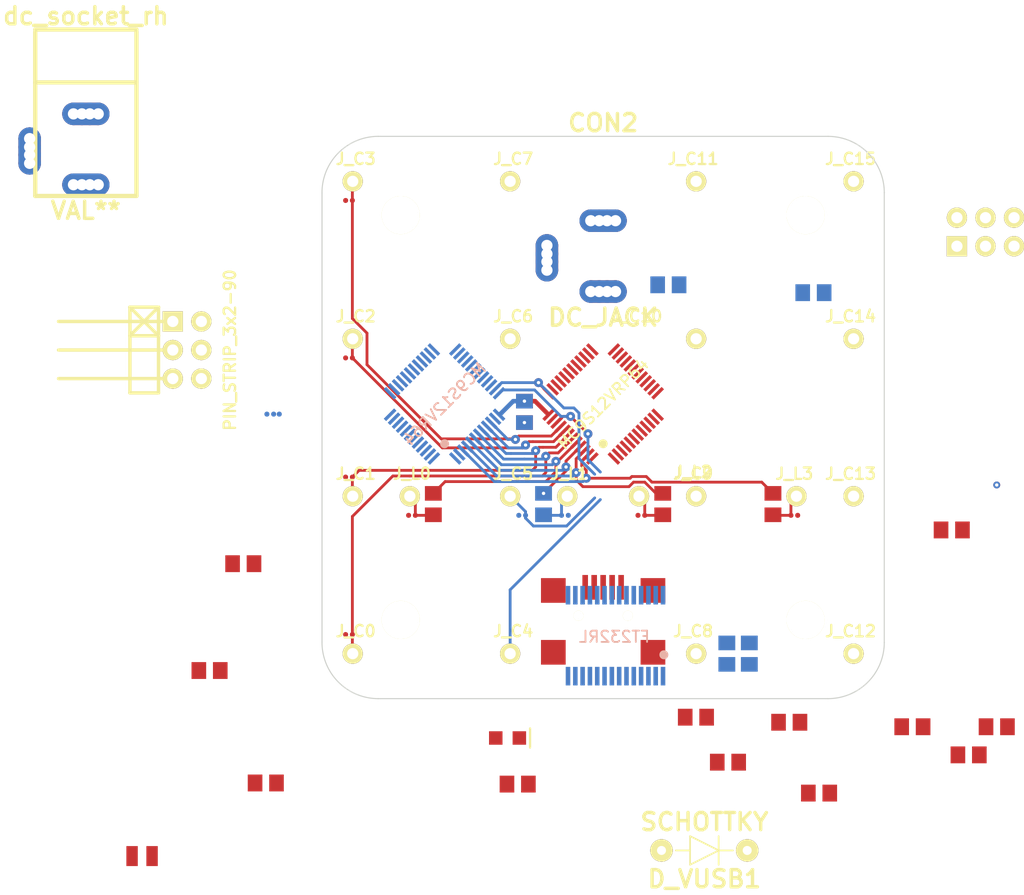
<source format=kicad_pcb>
(kicad_pcb (version 3) (host pcbnew "(2013-07-07 BZR 4022)-stable")

  (general
    (links 150)
    (no_connects 107)
    (area 119.949999 79.949999 170.050001 130.050001)
    (thickness 1.6)
    (drawings 8)
    (tracks 166)
    (zones 0)
    (modules 79)
    (nets 48)
  )

  (page A4)
  (title_block 
    (title MagniCube)
    (rev RevA)
    (company "Dirk Heisswolf")
  )

  (layers
    (15 F.Cu signal)
    (0 B.Cu signal)
    (16 B.Adhes user)
    (17 F.Adhes user)
    (18 B.Paste user)
    (19 F.Paste user)
    (20 B.SilkS user)
    (21 F.SilkS user)
    (22 B.Mask user)
    (23 F.Mask user)
    (28 Edge.Cuts user)
  )

  (setup
    (last_trace_width 0.25)
    (user_trace_width 0.4)
    (trace_clearance 0.2)
    (zone_clearance 0.508)
    (zone_45_only no)
    (trace_min 0.2)
    (segment_width 0.2)
    (edge_width 0.15)
    (via_size 0.8)
    (via_drill 0.3)
    (via_min_size 0.6)
    (via_min_drill 0.3)
    (uvia_size 0.8)
    (uvia_drill 0.3)
    (uvias_allowed no)
    (uvia_min_size 0)
    (uvia_min_drill 0)
    (pcb_text_width 0.3)
    (pcb_text_size 1 1)
    (mod_edge_width 0.15)
    (mod_text_size 1.5 1.5)
    (mod_text_width 0.15)
    (pad_size 0.4476 0.4476)
    (pad_drill 0)
    (pad_to_mask_clearance 0.2)
    (aux_axis_origin 0 0)
    (visible_elements 7FFFFBFF)
    (pcbplotparams
      (layerselection 3178497)
      (usegerberextensions true)
      (excludeedgelayer true)
      (linewidth 0.100000)
      (plotframeref false)
      (viasonmask false)
      (mode 1)
      (useauxorigin false)
      (hpglpennumber 1)
      (hpglpenspeed 20)
      (hpglpendiameter 15)
      (hpglpenoverlay 2)
      (psnegative false)
      (psa4output false)
      (plotreference true)
      (plotvalue true)
      (plotothertext true)
      (plotinvisibletext false)
      (padsonsilk false)
      (subtractmaskfromsilk false)
      (outputformat 1)
      (mirror false)
      (drillshape 1)
      (scaleselection 1)
      (outputdirectory ""))
  )

  (net 0 "")
  (net 1 /MCU/12V)
  (net 2 /MCU/5V)
  (net 3 /MCU/BKGD)
  (net 4 /MCU/GND)
  (net 5 /MCU/RESET)
  (net 6 /UART/5V)
  (net 7 /UART/GND)
  (net 8 /UART/USBD+)
  (net 9 /UART/USBD-)
  (net 10 12V)
  (net 11 5V)
  (net 12 GND)
  (net 13 LED_C0)
  (net 14 LED_C1)
  (net 15 LED_C10)
  (net 16 LED_C11)
  (net 17 LED_C12)
  (net 18 LED_C13)
  (net 19 LED_C14)
  (net 20 LED_C15)
  (net 21 LED_C2)
  (net 22 LED_C3)
  (net 23 LED_C4)
  (net 24 LED_C5)
  (net 25 LED_C6)
  (net 26 LED_C7)
  (net 27 LED_C8)
  (net 28 LED_C9)
  (net 29 LED_L0)
  (net 30 LED_L1)
  (net 31 LED_L2)
  (net 32 LED_L3)
  (net 33 N-00000112)
  (net 34 N-00000114)
  (net 35 N-00000115)
  (net 36 N-0000071)
  (net 37 N-0000072)
  (net 38 N-0000078)
  (net 39 N-0000080)
  (net 40 N-0000082)
  (net 41 N-0000084)
  (net 42 N-0000085)
  (net 43 N-0000086)
  (net 44 N-0000087)
  (net 45 N-0000088)
  (net 46 UART_RXD)
  (net 47 UART_TXD)

  (net_class Default "This is the default net class."
    (clearance 0.2)
    (trace_width 0.25)
    (via_dia 0.8)
    (via_drill 0.3)
    (uvia_dia 0.8)
    (uvia_drill 0.3)
    (add_net "")
    (add_net /MCU/12V)
    (add_net /MCU/5V)
    (add_net /MCU/BKGD)
    (add_net /MCU/GND)
    (add_net /MCU/RESET)
    (add_net /UART/5V)
    (add_net /UART/GND)
    (add_net /UART/USBD+)
    (add_net /UART/USBD-)
    (add_net 12V)
    (add_net 5V)
    (add_net GND)
    (add_net LED_C0)
    (add_net LED_C1)
    (add_net LED_C10)
    (add_net LED_C11)
    (add_net LED_C12)
    (add_net LED_C13)
    (add_net LED_C14)
    (add_net LED_C15)
    (add_net LED_C2)
    (add_net LED_C3)
    (add_net LED_C4)
    (add_net LED_C5)
    (add_net LED_C6)
    (add_net LED_C7)
    (add_net LED_C8)
    (add_net LED_C9)
    (add_net LED_L0)
    (add_net LED_L1)
    (add_net LED_L2)
    (add_net LED_L3)
    (add_net N-00000112)
    (add_net N-00000114)
    (add_net N-00000115)
    (add_net N-0000071)
    (add_net N-0000072)
    (add_net N-0000078)
    (add_net N-0000080)
    (add_net N-0000082)
    (add_net N-0000084)
    (add_net N-0000085)
    (add_net N-0000086)
    (add_net N-0000087)
    (add_net N-0000088)
    (add_net UART_RXD)
    (add_net UART_TXD)
  )

  (net_class Power ""
    (clearance 0.2)
    (trace_width 0.4)
    (via_dia 0.8)
    (via_drill 0.3)
    (uvia_dia 0.8)
    (uvia_drill 0.3)
  )

  (module lqfp48 (layer B.Cu) (tedit 57168B9F) (tstamp 5719A31F)
    (at 130.9 103.8 135)
    (descr LQFP-48)
    (path /544A64C5/57040B96)
    (fp_text reference IC2 (at 0 2.4 135) (layer B.SilkS) hide
      (effects (font (size 1 1) (thickness 0.16)) (justify mirror))
    )
    (fp_text value MC9S12VR64 (at 0 0 225) (layer B.SilkS)
      (effects (font (size 1 1) (thickness 0.16)) (justify mirror))
    )
    (fp_circle (center -2.5 -2.5) (end -2.5 -2.8) (layer B.SilkS) (width 0.2))
    (fp_circle (center -2.5 -2.5) (end -2.5 -2.6) (layer B.SilkS) (width 0.2))
    (fp_circle (center -2.5 -2.5) (end -2.5 -2.7) (layer B.SilkS) (width 0.2))
    (pad 4 smd rect (at -1.24968 -4.09956 135) (size 0.29972 1.30048)
      (layers B.Cu B.Paste B.Mask)
      (net 4 /MCU/GND)
    )
    (pad 5 smd rect (at -0.7493 -4.09956 135) (size 0.29972 1.30048)
      (layers B.Cu B.Paste B.Mask)
    )
    (pad 6 smd rect (at -0.24892 -4.09956 135) (size 0.29972 1.30048)
      (layers B.Cu B.Paste B.Mask)
      (net 4 /MCU/GND)
    )
    (pad 7 smd rect (at 0.24892 -4.09956 135) (size 0.29972 1.30048)
      (layers B.Cu B.Paste B.Mask)
      (net 2 /MCU/5V)
    )
    (pad 8 smd rect (at 0.7493 -4.09956 135) (size 0.29972 1.30048)
      (layers B.Cu B.Paste B.Mask)
      (net 19 LED_C14)
    )
    (pad 1 smd rect (at -2.75082 -4.09956 135) (size 0.29972 1.30048)
      (layers B.Cu B.Paste B.Mask)
      (net 4 /MCU/GND)
    )
    (pad 2 smd rect (at -2.25044 -4.09956 135) (size 0.29972 1.30048)
      (layers B.Cu B.Paste B.Mask)
    )
    (pad 3 smd rect (at -1.75006 -4.09956 135) (size 0.29972 1.30048)
      (layers B.Cu B.Paste B.Mask)
    )
    (pad 13 smd rect (at 4.09956 -2.75082 135) (size 1.30048 0.29972)
      (layers B.Cu B.Paste B.Mask)
      (net 4 /MCU/GND)
    )
    (pad 14 smd rect (at 4.09956 -2.25044 135) (size 1.30048 0.29972)
      (layers B.Cu B.Paste B.Mask)
      (net 5 /MCU/RESET)
    )
    (pad 15 smd rect (at 4.09956 -1.75006 135) (size 1.30048 0.29972)
      (layers B.Cu B.Paste B.Mask)
      (net 16 LED_C11)
    )
    (pad 16 smd rect (at 4.09956 -1.24968 135) (size 1.30048 0.29972)
      (layers B.Cu B.Paste B.Mask)
      (net 17 LED_C12)
    )
    (pad 17 smd rect (at 4.09956 -0.7493 135) (size 1.30048 0.29972)
      (layers B.Cu B.Paste B.Mask)
      (net 18 LED_C13)
    )
    (pad 18 smd rect (at 4.09956 -0.24892 135) (size 1.30048 0.29972)
      (layers B.Cu B.Paste B.Mask)
      (net 4 /MCU/GND)
    )
    (pad 19 smd rect (at 4.09956 0.24892 135) (size 1.30048 0.29972)
      (layers B.Cu B.Paste B.Mask)
      (net 25 LED_C6)
    )
    (pad 20 smd rect (at 4.09956 0.7493 135) (size 1.30048 0.29972)
      (layers B.Cu B.Paste B.Mask)
      (net 26 LED_C7)
    )
    (pad 25 smd rect (at 2.75082 4.09956 135) (size 0.29972 1.30048)
      (layers B.Cu B.Paste B.Mask)
      (net 1 /MCU/12V)
    )
    (pad 26 smd rect (at 2.25044 4.09956 135) (size 0.29972 1.30048)
      (layers B.Cu B.Paste B.Mask)
      (net 1 /MCU/12V)
    )
    (pad 27 smd rect (at 1.75006 4.09956 135) (size 0.29972 1.30048)
      (layers B.Cu B.Paste B.Mask)
    )
    (pad 28 smd rect (at 1.24968 4.09956 135) (size 0.29972 1.30048)
      (layers B.Cu B.Paste B.Mask)
      (net 4 /MCU/GND)
    )
    (pad 29 smd rect (at 0.7493 4.09956 135) (size 0.29972 1.30048)
      (layers B.Cu B.Paste B.Mask)
    )
    (pad 30 smd rect (at 0.24892 4.09956 135) (size 0.29972 1.30048)
      (layers B.Cu B.Paste B.Mask)
    )
    (pad 31 smd rect (at -0.24892 4.09956 135) (size 0.29972 1.30048)
      (layers B.Cu B.Paste B.Mask)
    )
    (pad 32 smd rect (at -0.7493 4.09956 135) (size 0.29972 1.30048)
      (layers B.Cu B.Paste B.Mask)
    )
    (pad 37 smd rect (at -4.09956 2.75082 135) (size 1.30048 0.29972)
      (layers B.Cu B.Paste B.Mask)
      (net 2 /MCU/5V)
    )
    (pad 38 smd rect (at -4.09956 2.25044 135) (size 1.30048 0.29972)
      (layers B.Cu B.Paste B.Mask)
      (net 4 /MCU/GND)
    )
    (pad 39 smd rect (at -4.09956 1.75006 135) (size 1.30048 0.29972)
      (layers B.Cu B.Paste B.Mask)
      (net 22 LED_C3)
    )
    (pad 40 smd rect (at -4.09956 1.24968 135) (size 1.30048 0.29972)
      (layers B.Cu B.Paste B.Mask)
      (net 21 LED_C2)
    )
    (pad 41 smd rect (at -4.09956 0.7493 135) (size 1.30048 0.29972)
      (layers B.Cu B.Paste B.Mask)
      (net 14 LED_C1)
    )
    (pad 42 smd rect (at -4.09956 0.24892 135) (size 1.30048 0.29972)
      (layers B.Cu B.Paste B.Mask)
      (net 13 LED_C0)
    )
    (pad 43 smd rect (at -4.09956 -0.24892 135) (size 1.30048 0.29972)
      (layers B.Cu B.Paste B.Mask)
      (net 29 LED_L0)
    )
    (pad 44 smd rect (at -4.09956 -0.7493 135) (size 1.30048 0.29972)
      (layers B.Cu B.Paste B.Mask)
      (net 30 LED_L1)
    )
    (pad 9 smd rect (at 1.24968 -4.09956 135) (size 0.29972 1.30048)
      (layers B.Cu B.Paste B.Mask)
      (net 20 LED_C15)
    )
    (pad 10 smd rect (at 1.75006 -4.09956 135) (size 0.29972 1.30048)
      (layers B.Cu B.Paste B.Mask)
    )
    (pad 11 smd rect (at 2.25044 -4.09956 135) (size 0.29972 1.30048)
      (layers B.Cu B.Paste B.Mask)
    )
    (pad 12 smd rect (at 2.75082 -4.09956 135) (size 0.29972 1.30048)
      (layers B.Cu B.Paste B.Mask)
      (net 3 /MCU/BKGD)
    )
    (pad 21 smd rect (at 4.09956 1.24968 135) (size 1.30048 0.29972)
      (layers B.Cu B.Paste B.Mask)
      (net 2 /MCU/5V)
    )
    (pad 22 smd rect (at 4.09956 1.75006 135) (size 1.30048 0.29972)
      (layers B.Cu B.Paste B.Mask)
      (net 27 LED_C8)
    )
    (pad 23 smd rect (at 4.09956 2.25044 135) (size 1.30048 0.29972)
      (layers B.Cu B.Paste B.Mask)
      (net 28 LED_C9)
    )
    (pad 24 smd rect (at 4.09956 2.75082 135) (size 1.30048 0.29972)
      (layers B.Cu B.Paste B.Mask)
      (net 15 LED_C10)
    )
    (pad 33 smd rect (at -1.24968 4.09956 135) (size 0.29972 1.30048)
      (layers B.Cu B.Paste B.Mask)
    )
    (pad 34 smd rect (at -1.75006 4.09956 135) (size 0.29972 1.30048)
      (layers B.Cu B.Paste B.Mask)
    )
    (pad 35 smd rect (at -2.25044 4.09956 135) (size 0.29972 1.30048)
      (layers B.Cu B.Paste B.Mask)
      (net 24 LED_C5)
    )
    (pad 36 smd rect (at -2.75082 4.09956 135) (size 0.29972 1.30048)
      (layers B.Cu B.Paste B.Mask)
      (net 23 LED_C4)
    )
    (pad 45 smd rect (at -4.09956 -1.24968 135) (size 1.30048 0.29972)
      (layers B.Cu B.Paste B.Mask)
      (net 31 LED_L2)
    )
    (pad 46 smd rect (at -4.09956 -1.75006 135) (size 1.30048 0.29972)
      (layers B.Cu B.Paste B.Mask)
      (net 32 LED_L3)
    )
    (pad 47 smd rect (at -4.09956 -2.25044 135) (size 1.30048 0.29972)
      (layers B.Cu B.Paste B.Mask)
      (net 46 UART_RXD)
    )
    (pad 48 smd rect (at -4.09956 -2.75082 135) (size 1.30048 0.29972)
      (layers B.Cu B.Paste B.Mask)
      (net 47 UART_TXD)
    )
    (model 3D-Models/lqfp-48.wrl
      (at (xyz 0 0 0))
      (scale (xyz 1 1 1))
      (rotate (xyz 0 0 0))
    )
  )

  (module lqfp48 (layer F.Cu) (tedit 57168BCF) (tstamp 57403360)
    (at 145 103.8 45)
    (descr LQFP-48)
    (path /544A64C5/57040BB9)
    (fp_text reference IC3 (at 0 -2.4 45) (layer F.SilkS) hide
      (effects (font (size 1 1) (thickness 0.16)))
    )
    (fp_text value MC9S12VRP64 (at 0 0 45) (layer F.SilkS)
      (effects (font (size 1 1) (thickness 0.16)))
    )
    (fp_circle (center -2.5 2.5) (end -2.5 2.8) (layer F.SilkS) (width 0.2))
    (fp_circle (center -2.5 2.5) (end -2.5 2.6) (layer F.SilkS) (width 0.2))
    (fp_circle (center -2.5 2.5) (end -2.5 2.7) (layer F.SilkS) (width 0.2))
    (pad 4 smd rect (at -1.24968 4.09956 45) (size 0.29972 1.30048)
      (layers F.Cu F.Paste F.Mask)
      (net 4 /MCU/GND)
    )
    (pad 5 smd rect (at -0.7493 4.09956 45) (size 0.29972 1.30048)
      (layers F.Cu F.Paste F.Mask)
    )
    (pad 6 smd rect (at -0.24892 4.09956 45) (size 0.29972 1.30048)
      (layers F.Cu F.Paste F.Mask)
    )
    (pad 7 smd rect (at 0.24892 4.09956 45) (size 0.29972 1.30048)
      (layers F.Cu F.Paste F.Mask)
      (net 4 /MCU/GND)
    )
    (pad 8 smd rect (at 0.7493 4.09956 45) (size 0.29972 1.30048)
      (layers F.Cu F.Paste F.Mask)
      (net 2 /MCU/5V)
    )
    (pad 1 smd rect (at -2.75082 4.09956 45) (size 0.29972 1.30048)
      (layers F.Cu F.Paste F.Mask)
      (net 4 /MCU/GND)
    )
    (pad 2 smd rect (at -2.25044 4.09956 45) (size 0.29972 1.30048)
      (layers F.Cu F.Paste F.Mask)
    )
    (pad 3 smd rect (at -1.75006 4.09956 45) (size 0.29972 1.30048)
      (layers F.Cu F.Paste F.Mask)
    )
    (pad 13 smd rect (at 4.09956 2.75082 45) (size 1.30048 0.29972)
      (layers F.Cu F.Paste F.Mask)
      (net 4 /MCU/GND)
    )
    (pad 14 smd rect (at 4.09956 2.25044 45) (size 1.30048 0.29972)
      (layers F.Cu F.Paste F.Mask)
      (net 5 /MCU/RESET)
    )
    (pad 15 smd rect (at 4.09956 1.75006 45) (size 1.30048 0.29972)
      (layers F.Cu F.Paste F.Mask)
      (net 16 LED_C11)
    )
    (pad 16 smd rect (at 4.09956 1.24968 45) (size 1.30048 0.29972)
      (layers F.Cu F.Paste F.Mask)
      (net 17 LED_C12)
    )
    (pad 17 smd rect (at 4.09956 0.7493 45) (size 1.30048 0.29972)
      (layers F.Cu F.Paste F.Mask)
      (net 18 LED_C13)
    )
    (pad 18 smd rect (at 4.09956 0.24892 45) (size 1.30048 0.29972)
      (layers F.Cu F.Paste F.Mask)
      (net 4 /MCU/GND)
    )
    (pad 19 smd rect (at 4.09956 -0.24892 45) (size 1.30048 0.29972)
      (layers F.Cu F.Paste F.Mask)
      (net 25 LED_C6)
    )
    (pad 20 smd rect (at 4.09956 -0.7493 45) (size 1.30048 0.29972)
      (layers F.Cu F.Paste F.Mask)
      (net 26 LED_C7)
    )
    (pad 25 smd rect (at 2.75082 -4.09956 45) (size 0.29972 1.30048)
      (layers F.Cu F.Paste F.Mask)
      (net 1 /MCU/12V)
    )
    (pad 26 smd rect (at 2.25044 -4.09956 45) (size 0.29972 1.30048)
      (layers F.Cu F.Paste F.Mask)
    )
    (pad 27 smd rect (at 1.75006 -4.09956 45) (size 0.29972 1.30048)
      (layers F.Cu F.Paste F.Mask)
      (net 4 /MCU/GND)
    )
    (pad 28 smd rect (at 1.24968 -4.09956 45) (size 0.29972 1.30048)
      (layers F.Cu F.Paste F.Mask)
    )
    (pad 29 smd rect (at 0.7493 -4.09956 45) (size 0.29972 1.30048)
      (layers F.Cu F.Paste F.Mask)
    )
    (pad 30 smd rect (at 0.24892 -4.09956 45) (size 0.29972 1.30048)
      (layers F.Cu F.Paste F.Mask)
    )
    (pad 31 smd rect (at -0.24892 -4.09956 45) (size 0.29972 1.30048)
      (layers F.Cu F.Paste F.Mask)
    )
    (pad 32 smd rect (at -0.7493 -4.09956 45) (size 0.29972 1.30048)
      (layers F.Cu F.Paste F.Mask)
    )
    (pad 37 smd rect (at -4.09956 -2.75082 45) (size 1.30048 0.29972)
      (layers F.Cu F.Paste F.Mask)
      (net 2 /MCU/5V)
    )
    (pad 38 smd rect (at -4.09956 -2.25044 45) (size 1.30048 0.29972)
      (layers F.Cu F.Paste F.Mask)
      (net 4 /MCU/GND)
    )
    (pad 39 smd rect (at -4.09956 -1.75006 45) (size 1.30048 0.29972)
      (layers F.Cu F.Paste F.Mask)
      (net 23 LED_C4)
    )
    (pad 40 smd rect (at -4.09956 -1.24968 45) (size 1.30048 0.29972)
      (layers F.Cu F.Paste F.Mask)
      (net 22 LED_C3)
    )
    (pad 41 smd rect (at -4.09956 -0.7493 45) (size 1.30048 0.29972)
      (layers F.Cu F.Paste F.Mask)
      (net 21 LED_C2)
    )
    (pad 42 smd rect (at -4.09956 -0.24892 45) (size 1.30048 0.29972)
      (layers F.Cu F.Paste F.Mask)
      (net 14 LED_C1)
    )
    (pad 43 smd rect (at -4.09956 0.24892 45) (size 1.30048 0.29972)
      (layers F.Cu F.Paste F.Mask)
      (net 13 LED_C0)
    )
    (pad 44 smd rect (at -4.09956 0.7493 45) (size 1.30048 0.29972)
      (layers F.Cu F.Paste F.Mask)
      (net 29 LED_L0)
    )
    (pad 9 smd rect (at 1.24968 4.09956 45) (size 0.29972 1.30048)
      (layers F.Cu F.Paste F.Mask)
      (net 46 UART_RXD)
    )
    (pad 10 smd rect (at 1.75006 4.09956 45) (size 0.29972 1.30048)
      (layers F.Cu F.Paste F.Mask)
      (net 47 UART_TXD)
    )
    (pad 11 smd rect (at 2.25044 4.09956 45) (size 0.29972 1.30048)
      (layers F.Cu F.Paste F.Mask)
      (net 19 LED_C14)
    )
    (pad 12 smd rect (at 2.75082 4.09956 45) (size 0.29972 1.30048)
      (layers F.Cu F.Paste F.Mask)
      (net 3 /MCU/BKGD)
    )
    (pad 21 smd rect (at 4.09956 -1.24968 45) (size 1.30048 0.29972)
      (layers F.Cu F.Paste F.Mask)
      (net 2 /MCU/5V)
    )
    (pad 22 smd rect (at 4.09956 -1.75006 45) (size 1.30048 0.29972)
      (layers F.Cu F.Paste F.Mask)
      (net 27 LED_C8)
    )
    (pad 23 smd rect (at 4.09956 -2.25044 45) (size 1.30048 0.29972)
      (layers F.Cu F.Paste F.Mask)
      (net 28 LED_C9)
    )
    (pad 24 smd rect (at 4.09956 -2.75082 45) (size 1.30048 0.29972)
      (layers F.Cu F.Paste F.Mask)
      (net 15 LED_C10)
    )
    (pad 33 smd rect (at -1.24968 -4.09956 45) (size 0.29972 1.30048)
      (layers F.Cu F.Paste F.Mask)
    )
    (pad 34 smd rect (at -1.75006 -4.09956 45) (size 0.29972 1.30048)
      (layers F.Cu F.Paste F.Mask)
    )
    (pad 35 smd rect (at -2.25044 -4.09956 45) (size 0.29972 1.30048)
      (layers F.Cu F.Paste F.Mask)
    )
    (pad 36 smd rect (at -2.75082 -4.09956 45) (size 0.29972 1.30048)
      (layers F.Cu F.Paste F.Mask)
      (net 24 LED_C5)
    )
    (pad 45 smd rect (at -4.09956 1.24968 45) (size 1.30048 0.29972)
      (layers F.Cu F.Paste F.Mask)
      (net 30 LED_L1)
    )
    (pad 46 smd rect (at -4.09956 1.75006 45) (size 1.30048 0.29972)
      (layers F.Cu F.Paste F.Mask)
      (net 31 LED_L2)
    )
    (pad 47 smd rect (at -4.09956 2.25044 45) (size 1.30048 0.29972)
      (layers F.Cu F.Paste F.Mask)
      (net 32 LED_L3)
    )
    (pad 48 smd rect (at -4.09956 2.75082 45) (size 1.30048 0.29972)
      (layers F.Cu F.Paste F.Mask)
      (net 20 LED_C15)
    )
    (model 3D-Models/lqfp-48.wrl
      (at (xyz 0 0 0))
      (scale (xyz 1 1 1))
      (rotate (xyz 0 0 0))
    )
  )

  (module ssop-28 (layer B.Cu) (tedit 547912B1) (tstamp 5740324E)
    (at 146.1 124.4 180)
    (descr SSOP-16)
    (path /544A6636/544AC281)
    (fp_text reference IC1 (at 0 1.7 180) (layer B.SilkS) hide
      (effects (font (size 1 1) (thickness 0.16)) (justify mirror))
    )
    (fp_text value FT232RL (at 0.1 -0.1 180) (layer B.SilkS)
      (effects (font (size 1 1) (thickness 0.16)) (justify mirror))
    )
    (fp_circle (center -4.3 -1.7) (end -4.3 -1.8) (layer B.SilkS) (width 0.2))
    (fp_circle (center -4.3 -1.7) (end -4.3 -2) (layer B.SilkS) (width 0.2))
    (fp_circle (center -4.3 -1.7) (end -4.3 -1.9) (layer B.SilkS) (width 0.2))
    (pad 7 smd rect (at -0.32512 -3.59918 180) (size 0.4064 1.651)
      (layers B.Cu B.Paste B.Mask)
      (net 7 /UART/GND)
    )
    (pad 8 smd rect (at 0.32512 -3.59918 180) (size 0.4064 1.651)
      (layers B.Cu B.Paste B.Mask)
    )
    (pad 9 smd rect (at 0.97536 -3.59918 180) (size 0.4064 1.651)
      (layers B.Cu B.Paste B.Mask)
    )
    (pad 10 smd rect (at 1.6256 -3.59918 180) (size 0.4064 1.651)
      (layers B.Cu B.Paste B.Mask)
    )
    (pad 25 smd rect (at -2.27584 3.59918 180) (size 0.4064 1.651)
      (layers B.Cu B.Paste B.Mask)
      (net 7 /UART/GND)
    )
    (pad 4 smd rect (at -2.27584 -3.59918 180) (size 0.4064 1.651)
      (layers B.Cu B.Paste B.Mask)
      (net 6 /UART/5V)
    )
    (pad 5 smd rect (at -1.6256 -3.59918 180) (size 0.4064 1.651)
      (layers B.Cu B.Paste B.Mask)
      (net 47 UART_TXD)
    )
    (pad 6 smd rect (at -0.97536 -3.59918 180) (size 0.4064 1.651)
      (layers B.Cu B.Paste B.Mask)
    )
    (pad 18 smd rect (at 2.27584 3.59918 180) (size 0.4064 1.651)
      (layers B.Cu B.Paste B.Mask)
      (net 7 /UART/GND)
    )
    (pad 19 smd rect (at 1.6256 3.59918 180) (size 0.4064 1.651)
      (layers B.Cu B.Paste B.Mask)
      (net 38 N-0000078)
    )
    (pad 20 smd rect (at 0.97536 3.59918 180) (size 0.4064 1.651)
      (layers B.Cu B.Paste B.Mask)
      (net 6 /UART/5V)
    )
    (pad 21 smd rect (at 0.32512 3.59918 180) (size 0.4064 1.651)
      (layers B.Cu B.Paste B.Mask)
      (net 7 /UART/GND)
    )
    (pad 22 smd rect (at -0.32512 3.59918 180) (size 0.4064 1.651)
      (layers B.Cu B.Paste B.Mask)
    )
    (pad 23 smd rect (at -0.97536 3.59918 180) (size 0.4064 1.651)
      (layers B.Cu B.Paste B.Mask)
    )
    (pad 11 smd rect (at 2.27584 -3.59918 180) (size 0.4064 1.651)
      (layers B.Cu B.Paste B.Mask)
    )
    (pad 24 smd rect (at -1.6256 3.59918 180) (size 0.4064 1.651)
      (layers B.Cu B.Paste B.Mask)
    )
    (pad 26 smd rect (at -2.92608 3.59918 180) (size 0.4064 1.651)
      (layers B.Cu B.Paste B.Mask)
      (net 7 /UART/GND)
    )
    (pad 27 smd rect (at -3.57378 3.59918 180) (size 0.4064 1.651)
      (layers B.Cu B.Paste B.Mask)
    )
    (pad 28 smd rect (at -4.22402 3.59918 180) (size 0.4064 1.651)
      (layers B.Cu B.Paste B.Mask)
    )
    (pad 1 smd rect (at -4.22402 -3.59918 180) (size 0.4064 1.651)
      (layers B.Cu B.Paste B.Mask)
      (net 46 UART_RXD)
    )
    (pad 2 smd rect (at -3.57378 -3.59918 180) (size 0.4064 1.651)
      (layers B.Cu B.Paste B.Mask)
    )
    (pad 3 smd rect (at -2.92608 -3.59918 180) (size 0.4064 1.651)
      (layers B.Cu B.Paste B.Mask)
    )
    (pad 12 smd rect (at 2.92608 -3.59918 180) (size 0.4064 1.651)
      (layers B.Cu B.Paste B.Mask)
    )
    (pad 13 smd rect (at 3.57378 -3.59918 180) (size 0.4064 1.651)
      (layers B.Cu B.Paste B.Mask)
      (net 37 N-0000072)
    )
    (pad 14 smd rect (at 4.22402 -3.59918 180) (size 0.4064 1.651)
      (layers B.Cu B.Paste B.Mask)
    )
    (pad 15 smd rect (at 4.22402 3.59918 180) (size 0.4064 1.651)
      (layers B.Cu B.Paste B.Mask)
      (net 8 /UART/USBD+)
    )
    (pad 16 smd rect (at 3.57378 3.59918 180) (size 0.4064 1.651)
      (layers B.Cu B.Paste B.Mask)
      (net 9 /UART/USBD-)
    )
    (pad 17 smd rect (at 2.92608 3.59918 180) (size 0.4064 1.651)
      (layers B.Cu B.Paste B.Mask)
      (net 39 N-0000080)
    )
    (model 3D-Models/ssop-28.wrl
      (at (xyz 0 0 0))
      (scale (xyz 1 1 1))
      (rotate (xyz 0 0 0))
    )
  )

  (module r_0805 (layer B.Cu) (tedit 5478E812) (tstamp 57403254)
    (at 163.7 93.9)
    (descr "SMT resistor, 0805")
    (path /57045043/570451E4)
    (fp_text reference R9 (at -2.6 0 270) (layer B.SilkS) hide
      (effects (font (size 1 1) (thickness 0.16)) (justify mirror))
    )
    (fp_text value 270 (at 2.6 0 270) (layer B.SilkS) hide
      (effects (font (size 1 1) (thickness 0.16)) (justify mirror))
    )
    (pad 1 smd rect (at 0.9525 0) (size 1.30048 1.4986)
      (layers B.Cu B.Paste B.Mask)
      (net 32 LED_L3)
    )
    (pad 2 smd rect (at -0.9525 0) (size 1.30048 1.4986)
      (layers B.Cu B.Paste B.Mask)
      (net 44 N-0000087)
    )
    (model 3D-Models/r_0805.wrl
      (at (xyz 0 0 0))
      (scale (xyz 1 1 1))
      (rotate (xyz 0 0 0))
    )
  )

  (module r_0805 (layer B.Cu) (tedit 5478E812) (tstamp 5740325A)
    (at 150.8 93.2)
    (descr "SMT resistor, 0805")
    (path /57045043/570451DE)
    (fp_text reference R8 (at -2.6 0 270) (layer B.SilkS) hide
      (effects (font (size 1 1) (thickness 0.16)) (justify mirror))
    )
    (fp_text value 270 (at 2.6 0 270) (layer B.SilkS) hide
      (effects (font (size 1 1) (thickness 0.16)) (justify mirror))
    )
    (pad 1 smd rect (at 0.9525 0) (size 1.30048 1.4986)
      (layers B.Cu B.Paste B.Mask)
      (net 31 LED_L2)
    )
    (pad 2 smd rect (at -0.9525 0) (size 1.30048 1.4986)
      (layers B.Cu B.Paste B.Mask)
      (net 45 N-0000088)
    )
    (model 3D-Models/r_0805.wrl
      (at (xyz 0 0 0))
      (scale (xyz 1 1 1))
      (rotate (xyz 0 0 0))
    )
  )

  (module r_0805 (layer F.Cu) (tedit 5478E812) (tstamp 57403260)
    (at 160.1 112.7 90)
    (descr "SMT resistor, 0805")
    (path /57045043/570451E4)
    (fp_text reference R7 (at -2.6 0 180) (layer F.SilkS) hide
      (effects (font (size 1 1) (thickness 0.16)))
    )
    (fp_text value 270 (at 2.6 0 180) (layer F.SilkS) hide
      (effects (font (size 1 1) (thickness 0.16)))
    )
    (pad 1 smd rect (at 0.9525 0 90) (size 1.30048 1.4986)
      (layers F.Cu F.Paste F.Mask)
      (net 32 LED_L3)
    )
    (pad 2 smd rect (at -0.9525 0 90) (size 1.30048 1.4986)
      (layers F.Cu F.Paste F.Mask)
      (net 44 N-0000087)
    )
    (model 3D-Models/r_0805.wrl
      (at (xyz 0 0 0))
      (scale (xyz 1 1 1))
      (rotate (xyz 0 0 0))
    )
  )

  (module r_0805 (layer B.Cu) (tedit 5478E812) (tstamp 57403266)
    (at 139.7 112.7 90)
    (descr "SMT resistor, 0805")
    (path /57045043/570451D8)
    (fp_text reference R5 (at -2.6 0 360) (layer B.SilkS) hide
      (effects (font (size 1 1) (thickness 0.16)) (justify mirror))
    )
    (fp_text value 270 (at 2.6 0 360) (layer B.SilkS) hide
      (effects (font (size 1 1) (thickness 0.16)) (justify mirror))
    )
    (pad 1 smd rect (at 0.9525 0 90) (size 1.30048 1.4986)
      (layers B.Cu B.Paste B.Mask)
      (net 30 LED_L1)
    )
    (pad 2 smd rect (at -0.9525 0 90) (size 1.30048 1.4986)
      (layers B.Cu B.Paste B.Mask)
      (net 43 N-0000086)
    )
    (model 3D-Models/r_0805.wrl
      (at (xyz 0 0 0))
      (scale (xyz 1 1 1))
      (rotate (xyz 0 0 0))
    )
  )

  (module r_0805 (layer F.Cu) (tedit 5478E812) (tstamp 5740326C)
    (at 150.3 112.7 90)
    (descr "SMT resistor, 0805")
    (path /57045043/570451DE)
    (fp_text reference R6 (at -2.6 0 180) (layer F.SilkS) hide
      (effects (font (size 1 1) (thickness 0.16)))
    )
    (fp_text value 270 (at 2.6 0 180) (layer F.SilkS) hide
      (effects (font (size 1 1) (thickness 0.16)))
    )
    (pad 1 smd rect (at 0.9525 0 90) (size 1.30048 1.4986)
      (layers F.Cu F.Paste F.Mask)
      (net 31 LED_L2)
    )
    (pad 2 smd rect (at -0.9525 0 90) (size 1.30048 1.4986)
      (layers F.Cu F.Paste F.Mask)
      (net 45 N-0000088)
    )
    (model 3D-Models/r_0805.wrl
      (at (xyz 0 0 0))
      (scale (xyz 1 1 1))
      (rotate (xyz 0 0 0))
    )
  )

  (module r_0805 (layer F.Cu) (tedit 5478E812) (tstamp 57403272)
    (at 137.4 137.6)
    (descr "SMT resistor, 0805")
    (path /544A6636/54504202)
    (fp_text reference R1 (at -2.6 0 90) (layer F.SilkS) hide
      (effects (font (size 1 1) (thickness 0.16)))
    )
    (fp_text value 270 (at 2.6 0 90) (layer F.SilkS) hide
      (effects (font (size 1 1) (thickness 0.16)))
    )
    (pad 1 smd rect (at 0.9525 0) (size 1.30048 1.4986)
      (layers F.Cu F.Paste F.Mask)
      (net 36 N-0000071)
    )
    (pad 2 smd rect (at -0.9525 0) (size 1.30048 1.4986)
      (layers F.Cu F.Paste F.Mask)
      (net 37 N-0000072)
    )
    (model 3D-Models/r_0805.wrl
      (at (xyz 0 0 0))
      (scale (xyz 1 1 1))
      (rotate (xyz 0 0 0))
    )
  )

  (module r_0805 (layer B.Cu) (tedit 5478E812) (tstamp 57403278)
    (at 158 126 90)
    (descr "SMT resistor, 0805")
    (path /544A6636/570D133E)
    (fp_text reference R2 (at -2.6 0 360) (layer B.SilkS) hide
      (effects (font (size 1 1) (thickness 0.16)) (justify mirror))
    )
    (fp_text value 10k (at 2.6 0 360) (layer B.SilkS) hide
      (effects (font (size 1 1) (thickness 0.16)) (justify mirror))
    )
    (pad 1 smd rect (at 0.9525 0 90) (size 1.30048 1.4986)
      (layers B.Cu B.Paste B.Mask)
      (net 38 N-0000078)
    )
    (pad 2 smd rect (at -0.9525 0 90) (size 1.30048 1.4986)
      (layers B.Cu B.Paste B.Mask)
      (net 7 /UART/GND)
    )
    (model 3D-Models/r_0805.wrl
      (at (xyz 0 0 0))
      (scale (xyz 1 1 1))
      (rotate (xyz 0 0 0))
    )
  )

  (module r_0805 (layer F.Cu) (tedit 5478E812) (tstamp 5740327E)
    (at 129.9 112.7 90)
    (descr "SMT resistor, 0805")
    (path /57045043/570451BA)
    (fp_text reference R4 (at -2.6 0 180) (layer F.SilkS) hide
      (effects (font (size 1 1) (thickness 0.16)))
    )
    (fp_text value 270 (at 2.6 0 180) (layer F.SilkS) hide
      (effects (font (size 1 1) (thickness 0.16)))
    )
    (pad 1 smd rect (at 0.9525 0 90) (size 1.30048 1.4986)
      (layers F.Cu F.Paste F.Mask)
      (net 29 LED_L0)
    )
    (pad 2 smd rect (at -0.9525 0 90) (size 1.30048 1.4986)
      (layers F.Cu F.Paste F.Mask)
      (net 42 N-0000085)
    )
    (model 3D-Models/r_0805.wrl
      (at (xyz 0 0 0))
      (scale (xyz 1 1 1))
      (rotate (xyz 0 0 0))
    )
  )

  (module r_0805 (layer B.Cu) (tedit 5478E812) (tstamp 57403284)
    (at 156 126 90)
    (descr "SMT resistor, 0805")
    (path /544A6636/570D134D)
    (fp_text reference R3 (at -2.6 0 360) (layer B.SilkS) hide
      (effects (font (size 1 1) (thickness 0.16)) (justify mirror))
    )
    (fp_text value 4k7 (at 2.6 0 360) (layer B.SilkS) hide
      (effects (font (size 1 1) (thickness 0.16)) (justify mirror))
    )
    (pad 1 smd rect (at 0.9525 0 90) (size 1.30048 1.4986)
      (layers B.Cu B.Paste B.Mask)
      (net 40 N-0000082)
    )
    (pad 2 smd rect (at -0.9525 0 90) (size 1.30048 1.4986)
      (layers B.Cu B.Paste B.Mask)
      (net 38 N-0000078)
    )
    (model 3D-Models/r_0805.wrl
      (at (xyz 0 0 0))
      (scale (xyz 1 1 1))
      (rotate (xyz 0 0 0))
    )
  )

  (module pin_strip_3x2-90 (layer F.Cu) (tedit 5478CEC7) (tstamp 5740328E)
    (at 179 88.5)
    (descr "Pin strip 3x2pin 90")
    (tags "CONN DEV")
    (path /544A64C5/544FF341)
    (fp_text reference CON3 (at 0 -3.2) (layer F.SilkS) hide
      (effects (font (size 1 1) (thickness 0.16)))
    )
    (fp_text value BDM (at 0 3.6) (layer F.SilkS) hide
      (effects (font (size 1 1) (thickness 0.16)))
    )
    (pad 1 thru_hole rect (at -2.54 1.27) (size 1.8 1.8) (drill 1)
      (layers *.Cu *.Mask F.SilkS)
      (net 3 /MCU/BKGD)
    )
    (pad 2 thru_hole circle (at -2.54 -1.27) (size 1.8 1.8) (drill 1)
      (layers *.Cu *.Mask F.SilkS)
      (net 4 /MCU/GND)
    )
    (pad 3 thru_hole circle (at 0 1.27) (size 1.8 1.8) (drill 1)
      (layers *.Cu *.Mask F.SilkS)
    )
    (pad 4 thru_hole circle (at 0 -1.27) (size 1.8 1.8) (drill 1)
      (layers *.Cu *.Mask F.SilkS)
      (net 5 /MCU/RESET)
    )
    (pad 5 thru_hole circle (at 2.54 1.27) (size 1.8 1.8) (drill 1)
      (layers *.Cu *.Mask F.SilkS)
    )
    (pad 6 thru_hole circle (at 2.54 -1.27) (size 1.8 1.8) (drill 1)
      (layers *.Cu *.Mask F.SilkS)
    )
    (model 3D-Models/pin_strip_3x2-90.wrl
      (at (xyz 0 0 0))
      (scale (xyz 1 1 1))
      (rotate (xyz 0 0 0))
    )
  )

  (module pin_socket_1 (layer F.Cu) (tedit 57150941) (tstamp 57403293)
    (at 124 98)
    (descr "Pin socket 1pin")
    (tags "CONN DEV")
    (path /57045043/570F8A38)
    (fp_text reference J_C2 (at -1 -2) (layer F.SilkS)
      (effects (font (size 1.016 1.016) (thickness 0.2032)))
    )
    (fp_text value "Column 2" (at -2 2) (layer F.SilkS) hide
      (effects (font (size 1.016 0.889) (thickness 0.2032)))
    )
    (pad 1 thru_hole circle (at -1.27 0) (size 1.8 1.8) (drill 1)
      (layers *.Cu *.Mask F.SilkS)
      (net 21 LED_C2)
    )
    (model 3D-Models/pin_socket_1.wrl
      (at (xyz 0 0 0))
      (scale (xyz 1 1 1))
      (rotate (xyz 0 0 0))
    )
  )

  (module pin_socket_1 (layer F.Cu) (tedit 57150A49) (tstamp 57403298)
    (at 124 84)
    (descr "Pin socket 1pin")
    (tags "CONN DEV")
    (path /57045043/570F2F1C)
    (fp_text reference J_C3 (at -1 -2) (layer F.SilkS)
      (effects (font (size 1.016 1.016) (thickness 0.2032)))
    )
    (fp_text value "Column 3" (at -3 2) (layer F.SilkS) hide
      (effects (font (size 1.016 0.889) (thickness 0.2032)))
    )
    (pad 1 thru_hole circle (at -1.27 0) (size 1.8 1.8) (drill 1)
      (layers *.Cu *.Mask F.SilkS)
      (net 22 LED_C3)
    )
    (model 3D-Models/pin_socket_1.wrl
      (at (xyz 0 0 0))
      (scale (xyz 1 1 1))
      (rotate (xyz 0 0 0))
    )
  )

  (module pin_socket_1 (layer F.Cu) (tedit 57150A5A) (tstamp 574032A2)
    (at 166 84)
    (descr "Pin socket 1pin")
    (tags "CONN DEV")
    (path /57045043/570F8A32)
    (fp_text reference J_C15 (at 1 -2) (layer F.SilkS)
      (effects (font (size 1.016 1.016) (thickness 0.2032)))
    )
    (fp_text value "Column 15" (at 3 2) (layer F.SilkS) hide
      (effects (font (size 1.016 0.889) (thickness 0.2032)))
    )
    (pad 1 thru_hole circle (at 1.27 0) (size 1.8 1.8) (drill 1)
      (layers *.Cu *.Mask F.SilkS)
      (net 20 LED_C15)
    )
    (model 3D-Models/pin_socket_1.wrl
      (at (xyz 0 0 0))
      (scale (xyz 1 1 1))
      (rotate (xyz 0 0 0))
    )
  )

  (module pin_socket_1 (layer F.Cu) (tedit 5715099A) (tstamp 574032A7)
    (at 166 98)
    (descr "Pin socket 1pin")
    (tags "CONN DEV")
    (path /57045043/570F8A2C)
    (fp_text reference J_C14 (at 1 -2) (layer F.SilkS)
      (effects (font (size 1.016 1.016) (thickness 0.2032)))
    )
    (fp_text value "Column 14" (at 2 2) (layer F.SilkS) hide
      (effects (font (size 1.016 0.889) (thickness 0.2032)))
    )
    (pad 1 thru_hole circle (at 1.27 0) (size 1.8 1.8) (drill 1)
      (layers *.Cu *.Mask F.SilkS)
      (net 19 LED_C14)
    )
    (model 3D-Models/pin_socket_1.wrl
      (at (xyz 0 0 0))
      (scale (xyz 1 1 1))
      (rotate (xyz 0 0 0))
    )
  )

  (module pin_socket_1 (layer F.Cu) (tedit 5715095F) (tstamp 5743936F)
    (at 138 112)
    (descr "Pin socket 1pin")
    (tags "CONN DEV")
    (path /57045043/570F2DBC)
    (fp_text reference J_L1 (at 4 -2) (layer F.SilkS)
      (effects (font (size 1.016 1.016) (thickness 0.2032)))
    )
    (fp_text value "Level 1" (at 4 2) (layer F.SilkS) hide
      (effects (font (size 1.016 0.889) (thickness 0.2032)))
    )
    (pad 1 thru_hole circle (at 3.81 0) (size 1.8 1.8) (drill 1)
      (layers *.Cu *.Mask F.SilkS)
      (net 43 N-0000086)
    )
    (model 3D-Models/pin_socket_1.wrl
      (at (xyz 0 0 0))
      (scale (xyz 1 1 1))
      (rotate (xyz 0 0 0))
    )
  )

  (module pin_socket_1 (layer F.Cu) (tedit 57150917) (tstamp 574032B1)
    (at 124 112)
    (descr "Pin socket 1pin")
    (tags "CONN DEV")
    (path /57045043/570F2F16)
    (fp_text reference J_C1 (at -1 -2) (layer F.SilkS)
      (effects (font (size 1.016 1.016) (thickness 0.2032)))
    )
    (fp_text value "Column 1" (at -1 2) (layer F.SilkS) hide
      (effects (font (size 1.016 0.889) (thickness 0.2032)))
    )
    (pad 1 thru_hole circle (at -1.27 0) (size 1.8 1.8) (drill 1)
      (layers *.Cu *.Mask F.SilkS)
      (net 14 LED_C1)
    )
    (model 3D-Models/pin_socket_1.wrl
      (at (xyz 0 0 0))
      (scale (xyz 1 1 1))
      (rotate (xyz 0 0 0))
    )
  )

  (module pin_socket_1 (layer F.Cu) (tedit 5715097B) (tstamp 57439369)
    (at 153 112)
    (descr "Pin socket 1pin")
    (tags "CONN DEV")
    (path /57045043/570F2DC2)
    (fp_text reference J_L2 (at 0 -2.159) (layer F.SilkS)
      (effects (font (size 1.016 1.016) (thickness 0.2032)))
    )
    (fp_text value "Level 2" (at 3 2) (layer F.SilkS) hide
      (effects (font (size 1.016 0.889) (thickness 0.2032)))
    )
    (pad 1 thru_hole circle (at -4.81 0) (size 1.8 1.8) (drill 1)
      (layers *.Cu *.Mask F.SilkS)
      (net 45 N-0000088)
    )
    (model 3D-Models/pin_socket_1.wrl
      (at (xyz 0 0 0))
      (scale (xyz 1 1 1))
      (rotate (xyz 0 0 0))
    )
  )

  (module pin_socket_1 (layer F.Cu) (tedit 57150995) (tstamp 57439363)
    (at 167 112)
    (descr "Pin socket 1pin")
    (tags "CONN DEV")
    (path /57045043/570F2DC8)
    (fp_text reference J_L3 (at -5 -2) (layer F.SilkS)
      (effects (font (size 1.016 1.016) (thickness 0.2032)))
    )
    (fp_text value "Level 3" (at -5 2) (layer F.SilkS) hide
      (effects (font (size 1.016 0.889) (thickness 0.2032)))
    )
    (pad 1 thru_hole circle (at -4.81 0) (size 1.8 1.8) (drill 1)
      (layers *.Cu *.Mask F.SilkS)
      (net 44 N-0000087)
    )
    (model 3D-Models/pin_socket_1.wrl
      (at (xyz 0 0 0))
      (scale (xyz 1 1 1))
      (rotate (xyz 0 0 0))
    )
  )

  (module pin_socket_1 (layer F.Cu) (tedit 57150977) (tstamp 574037CF)
    (at 152 98)
    (descr "Pin socket 1pin")
    (tags "CONN DEV")
    (path /57045043/570F2F46)
    (fp_text reference J_C10 (at -4 -2) (layer F.SilkS)
      (effects (font (size 1.016 1.016) (thickness 0.2032)))
    )
    (fp_text value "Column 10" (at -3 2) (layer F.SilkS) hide
      (effects (font (size 1.016 0.889) (thickness 0.2032)))
    )
    (pad 1 thru_hole circle (at 1.27 0) (size 1.8 1.8) (drill 1)
      (layers *.Cu *.Mask F.SilkS)
      (net 15 LED_C10)
    )
    (model 3D-Models/pin_socket_1.wrl
      (at (xyz 0 0 0))
      (scale (xyz 1 1 1))
      (rotate (xyz 0 0 0))
    )
  )

  (module pin_socket_1 (layer F.Cu) (tedit 57150A7B) (tstamp 574032CA)
    (at 138 126)
    (descr "Pin socket 1pin")
    (tags "CONN DEV")
    (path /57045043/570F2F22)
    (fp_text reference J_C4 (at -1 -2) (layer F.SilkS)
      (effects (font (size 1.016 1.016) (thickness 0.2032)))
    )
    (fp_text value "Column 4" (at -1 2) (layer F.SilkS) hide
      (effects (font (size 1.016 0.889) (thickness 0.2032)))
    )
    (pad 1 thru_hole circle (at -1.27 0) (size 1.8 1.8) (drill 1)
      (layers *.Cu *.Mask F.SilkS)
      (net 23 LED_C4)
    )
    (model 3D-Models/pin_socket_1.wrl
      (at (xyz 0 0 0))
      (scale (xyz 1 1 1))
      (rotate (xyz 0 0 0))
    )
  )

  (module pin_socket_1 (layer F.Cu) (tedit 5715091C) (tstamp 574032CF)
    (at 138 112)
    (descr "Pin socket 1pin")
    (tags "CONN DEV")
    (path /57045043/570F2F28)
    (fp_text reference J_C5 (at -1 -2) (layer F.SilkS)
      (effects (font (size 1.016 1.016) (thickness 0.2032)))
    )
    (fp_text value "Column 5" (at -1 2) (layer F.SilkS) hide
      (effects (font (size 1.016 0.889) (thickness 0.2032)))
    )
    (pad 1 thru_hole circle (at -1.27 0) (size 1.8 1.8) (drill 1)
      (layers *.Cu *.Mask F.SilkS)
      (net 24 LED_C5)
    )
    (model 3D-Models/pin_socket_1.wrl
      (at (xyz 0 0 0))
      (scale (xyz 1 1 1))
      (rotate (xyz 0 0 0))
    )
  )

  (module pin_socket_1 (layer F.Cu) (tedit 5715094A) (tstamp 574032D4)
    (at 138 98)
    (descr "Pin socket 1pin")
    (tags "CONN DEV")
    (path /57045043/570F2F2E)
    (fp_text reference J_C6 (at -1 -2) (layer F.SilkS)
      (effects (font (size 1.016 1.016) (thickness 0.2032)))
    )
    (fp_text value "Column 6" (at -2 2) (layer F.SilkS) hide
      (effects (font (size 1.016 0.889) (thickness 0.2032)))
    )
    (pad 1 thru_hole circle (at -1.27 0) (size 1.8 1.8) (drill 1)
      (layers *.Cu *.Mask F.SilkS)
      (net 25 LED_C6)
    )
    (model 3D-Models/pin_socket_1.wrl
      (at (xyz 0 0 0))
      (scale (xyz 1 1 1))
      (rotate (xyz 0 0 0))
    )
  )

  (module pin_socket_1 (layer F.Cu) (tedit 57150A63) (tstamp 57403885)
    (at 138 84)
    (descr "Pin socket 1pin")
    (tags "CONN DEV")
    (path /57045043/570F2F34)
    (fp_text reference J_C7 (at -1 -2) (layer F.SilkS)
      (effects (font (size 1.016 1.016) (thickness 0.2032)))
    )
    (fp_text value "Column 7" (at -1 2) (layer F.SilkS) hide
      (effects (font (size 1.016 0.889) (thickness 0.2032)))
    )
    (pad 1 thru_hole circle (at -1.27 0) (size 1.8 1.8) (drill 1)
      (layers *.Cu *.Mask F.SilkS)
      (net 26 LED_C7)
    )
    (model 3D-Models/pin_socket_1.wrl
      (at (xyz 0 0 0))
      (scale (xyz 1 1 1))
      (rotate (xyz 0 0 0))
    )
  )

  (module pin_socket_1 (layer F.Cu) (tedit 57150925) (tstamp 574032DE)
    (at 166 112)
    (descr "Pin socket 1pin")
    (tags "CONN DEV")
    (path /57045043/570F2F58)
    (fp_text reference J_C13 (at 1 -2) (layer F.SilkS)
      (effects (font (size 1.016 1.016) (thickness 0.2032)))
    )
    (fp_text value "Column 13" (at 1 2) (layer F.SilkS) hide
      (effects (font (size 1.016 0.889) (thickness 0.2032)))
    )
    (pad 1 thru_hole circle (at 1.27 0) (size 1.8 1.8) (drill 1)
      (layers *.Cu *.Mask F.SilkS)
      (net 18 LED_C13)
    )
    (model 3D-Models/pin_socket_1.wrl
      (at (xyz 0 0 0))
      (scale (xyz 1 1 1))
      (rotate (xyz 0 0 0))
    )
  )

  (module pin_socket_1 (layer F.Cu) (tedit 57150A77) (tstamp 574032E3)
    (at 152 126)
    (descr "Pin socket 1pin")
    (tags "CONN DEV")
    (path /57045043/570F2F3A)
    (fp_text reference J_C8 (at 1 -2) (layer F.SilkS)
      (effects (font (size 1.016 1.016) (thickness 0.2032)))
    )
    (fp_text value "Column 8" (at 1 2) (layer F.SilkS) hide
      (effects (font (size 1.016 0.889) (thickness 0.2032)))
    )
    (pad 1 thru_hole circle (at 1.27 0) (size 1.8 1.8) (drill 1)
      (layers *.Cu *.Mask F.SilkS)
      (net 27 LED_C8)
    )
    (model 3D-Models/pin_socket_1.wrl
      (at (xyz 0 0 0))
      (scale (xyz 1 1 1))
      (rotate (xyz 0 0 0))
    )
  )

  (module pin_socket_1 (layer F.Cu) (tedit 5715091F) (tstamp 574037C3)
    (at 152 112)
    (descr "Pin socket 1pin")
    (tags "CONN DEV")
    (path /57045043/570F2F40)
    (fp_text reference J_C9 (at 1 -2) (layer F.SilkS)
      (effects (font (size 1.016 1.016) (thickness 0.2032)))
    )
    (fp_text value "Column 9" (at 1 2) (layer F.SilkS) hide
      (effects (font (size 1.016 0.889) (thickness 0.2032)))
    )
    (pad 1 thru_hole circle (at 1.27 0) (size 1.8 1.8) (drill 1)
      (layers *.Cu *.Mask F.SilkS)
      (net 28 LED_C9)
    )
    (model 3D-Models/pin_socket_1.wrl
      (at (xyz 0 0 0))
      (scale (xyz 1 1 1))
      (rotate (xyz 0 0 0))
    )
  )

  (module pin_socket_1 (layer F.Cu) (tedit 57150A91) (tstamp 574037D5)
    (at 166 126)
    (descr "Pin socket 1pin")
    (tags "CONN DEV")
    (path /57045043/570F2F52)
    (fp_text reference J_C12 (at 1 -2) (layer F.SilkS)
      (effects (font (size 1.016 1.016) (thickness 0.2032)))
    )
    (fp_text value "Column 12" (at 1 2) (layer F.SilkS) hide
      (effects (font (size 1.016 0.889) (thickness 0.2032)))
    )
    (pad 1 thru_hole circle (at 1.27 0) (size 1.8 1.8) (drill 1)
      (layers *.Cu *.Mask F.SilkS)
      (net 17 LED_C12)
    )
    (model 3D-Models/pin_socket_1.wrl
      (at (xyz 0 0 0))
      (scale (xyz 1 1 1))
      (rotate (xyz 0 0 0))
    )
  )

  (module pin_socket_1 (layer F.Cu) (tedit 57150A5F) (tstamp 57439396)
    (at 152 84)
    (descr "Pin socket 1pin")
    (tags "CONN DEV")
    (path /57045043/570F2F4C)
    (fp_text reference J_C11 (at 1 -2) (layer F.SilkS)
      (effects (font (size 1.016 1.016) (thickness 0.2032)))
    )
    (fp_text value "Column 11" (at 1 2) (layer F.SilkS) hide
      (effects (font (size 1.016 0.889) (thickness 0.2032)))
    )
    (pad 1 thru_hole circle (at 1.27 0) (size 1.8 1.8) (drill 1)
      (layers *.Cu *.Mask F.SilkS)
      (net 16 LED_C11)
    )
    (model 3D-Models/pin_socket_1.wrl
      (at (xyz 0 0 0))
      (scale (xyz 1 1 1))
      (rotate (xyz 0 0 0))
    )
  )

  (module led_0805 (layer F.Cu) (tedit 5478C886) (tstamp 57403367)
    (at 136.5 133.5)
    (descr "SMD LED, 0805")
    (path /544A6636/54504211)
    (fp_text reference D_RXTX1 (at 4.15 0) (layer F.SilkS) hide
      (effects (font (size 1 1) (thickness 0.16)))
    )
    (fp_text value YELLOW (at -5.45 0) (layer F.SilkS) hide
      (effects (font (size 1 1) (thickness 0.16)))
    )
    (fp_line (start 2 -0.85) (end 2 0.85) (layer F.SilkS) (width 0.2))
    (pad 1 smd rect (at -1.04902 0) (size 1.19888 1.19888)
      (layers F.Cu F.Paste F.Mask)
      (net 6 /UART/5V)
    )
    (pad 2 smd rect (at 1.04902 0) (size 1.19888 1.19888)
      (layers F.Cu F.Paste F.Mask)
      (net 36 N-0000071)
    )
    (model 3D-Models/led_0805.wrl
      (at (xyz 0 0 0))
      (scale (xyz 1 1 1))
      (rotate (xyz 0 0 0))
    )
  )

  (module inductor_smd_0805 (layer F.Cu) (tedit 54790D5B) (tstamp 5740336D)
    (at 104 144 180)
    (descr "Inductor SMD, 0805")
    (path /544A6636/54503F06)
    (fp_text reference FB1 (at 0 -1.8 180) (layer F.SilkS) hide
      (effects (font (size 1 1) (thickness 0.16)))
    )
    (fp_text value MI0805K400R-10 (at 0 1.9 180) (layer F.SilkS) hide
      (effects (font (size 1 1) (thickness 0.16)))
    )
    (pad 1 smd rect (at -0.889 0 180) (size 1.016 1.778)
      (layers F.Cu F.Paste F.Mask)
      (net 41 N-0000084)
    )
    (pad 2 smd rect (at 0.889 0 180) (size 1.016 1.778)
      (layers F.Cu F.Paste F.Mask)
      (net 40 N-0000082)
    )
    (model 3D-Models/inductor_smd_0805.wrl
      (at (xyz 0 0 0))
      (scale (xyz 1 1 1))
      (rotate (xyz 0 0 0))
    )
  )

  (module diode_do35 (layer F.Cu) (tedit 57149C15) (tstamp 57403379)
    (at 154 143.5)
    (descr "Diode, DO-35 package")
    (path /544A6636/570D83A1)
    (fp_text reference D_VUSB1 (at 0 2.54) (layer F.SilkS)
      (effects (font (size 1.524 1.524) (thickness 0.3048)))
    )
    (fp_text value SCHOTTKY (at 0 -2.54) (layer F.SilkS)
      (effects (font (size 1.524 1.524) (thickness 0.3048)))
    )
    (fp_line (start -1.27 0) (end -2.54 0) (layer F.SilkS) (width 0.15))
    (fp_line (start -1.27 -1.27) (end 1.27 0) (layer F.SilkS) (width 0.15))
    (fp_line (start 1.27 0) (end 2.54 0) (layer F.SilkS) (width 0.15))
    (fp_line (start 1.27 0) (end -1.27 1.27) (layer F.SilkS) (width 0.15))
    (fp_line (start -1.27 1.27) (end -1.27 -1.27) (layer F.SilkS) (width 0.15))
    (fp_line (start 1.27 -1.27) (end 1.27 1.27) (layer F.SilkS) (width 0.15))
    (pad 1 thru_hole circle (at -3.81 0) (size 1.99898 1.99898) (drill 0.8001)
      (layers *.Cu *.Mask F.SilkS)
      (net 40 N-0000082)
    )
    (pad 2 thru_hole circle (at 3.81 0) (size 1.99898 1.99898) (drill 0.8001)
      (layers *.Cu *.Mask F.SilkS)
    )
    (model 3D-Models/diode_do35.wrl
      (at (xyz 0 0 0))
      (scale (xyz 1 1 1))
      (rotate (xyz 0 0 0))
    )
  )

  (module dc_socket_rh (layer F.Cu) (tedit 5710F29C) (tstamp 5740338F)
    (at 145 87.5 180)
    (descr "Socket, DC power supply, round holes")
    (path /544A64C5/570D05EC)
    (fp_text reference CON2 (at 0 8.6995 180) (layer F.SilkS)
      (effects (font (size 1.524 1.524) (thickness 0.3048)))
    )
    (fp_text value DC_JACK (at 0 -8.60044 180) (layer F.SilkS)
      (effects (font (size 1.524 1.524) (thickness 0.3048)))
    )
    (pad 1 thru_hole circle (at 5 -4.4 180) (size 2 2) (drill 1)
      (layers *.Cu)
      (net 4 /MCU/GND)
    )
    (pad 1 thru_hole circle (at 5 -3.65 180) (size 2 2) (drill 1)
      (layers *.Cu)
      (net 4 /MCU/GND)
    )
    (pad 1 thru_hole circle (at 5 -2.95 180) (size 2 2) (drill 1)
      (layers *.Cu)
      (net 4 /MCU/GND)
    )
    (pad 3 smd oval (at 0 -6.3 180) (size 4.2 2)
      (layers B.Cu B.Mask)
      (net 1 /MCU/12V)
    )
    (pad 3 thru_hole circle (at 0.35 -6.3 180) (size 2 2) (drill 1)
      (layers *.Cu)
      (net 1 /MCU/12V)
    )
    (pad 3 thru_hole circle (at -1.1 -6.3 180) (size 2 2) (drill 1)
      (layers *.Cu)
      (net 1 /MCU/12V)
    )
    (pad 3 thru_hole circle (at 1.1 -6.3 180) (size 2 2) (drill 1)
      (layers *.Cu)
      (net 1 /MCU/12V)
    )
    (pad 3 thru_hole circle (at -0.35 -6.3 180) (size 2 2) (drill 1)
      (layers *.Cu)
      (net 1 /MCU/12V)
    )
    (pad 3 smd oval (at 0 -6.3 180) (size 4.2 2)
      (layers F.Cu F.Mask)
      (net 1 /MCU/12V)
    )
    (pad 1 smd oval (at 5 -3.3 180) (size 2 4.2)
      (layers F.Cu F.Mask)
      (net 4 /MCU/GND)
    )
    (pad 2 smd oval (at 0 0 180) (size 4.2 2)
      (layers F.Cu F.Mask)
      (net 4 /MCU/GND)
    )
    (pad 2 thru_hole circle (at -0.35 0 180) (size 2 2) (drill 1)
      (layers *.Cu)
      (net 4 /MCU/GND)
    )
    (pad 2 thru_hole circle (at 1.1 0 180) (size 2 2) (drill 1)
      (layers *.Cu)
      (net 4 /MCU/GND)
    )
    (pad 2 thru_hole circle (at -1.1 0 180) (size 2 2) (drill 1)
      (layers *.Cu)
      (net 4 /MCU/GND)
    )
    (pad 2 thru_hole circle (at 0.35 0 180) (size 2 2) (drill 1)
      (layers *.Cu)
      (net 4 /MCU/GND)
    )
    (pad 2 smd oval (at 0 0 180) (size 4.2 2)
      (layers B.Cu B.Mask)
      (net 4 /MCU/GND)
    )
    (pad 1 smd oval (at 5 -3.3 180) (size 2 4.2)
      (layers B.Cu B.Mask)
      (net 4 /MCU/GND)
    )
    (pad 1 thru_hole circle (at 5 -2.2 180) (size 2 2) (drill 1)
      (layers *.Cu)
      (net 4 /MCU/GND)
    )
    (model 3D-Models/dc_socket.wrl
      (at (xyz 0 0 0))
      (scale (xyz 1 1 1))
      (rotate (xyz 0 0 0))
    )
  )

  (module conn_usb_B_mini_smd   locked (layer F.Cu) (tedit 5478F2A3) (tstamp 5740339E)
    (at 145 124)
    (descr "USB B mini SMD connector")
    (path /544A6636/544AC290)
    (fp_text reference CON1 (at -0.1 -0.1) (layer F.SilkS) hide
      (effects (font (size 1 1) (thickness 0.16)))
    )
    (fp_text value USB-MINI-B (at 0.1 2.1) (layer F.SilkS) hide
      (effects (font (size 1 1) (thickness 0.16)))
    )
    (pad 6 smd rect (at 4.42976 -3.6195) (size 2.1971 2.1971)
      (layers F.Cu F.Paste F.Mask)
    )
    (pad 1 smd rect (at -1.59766 -3.8989) (size 0.49784 2.1971)
      (layers F.Cu F.Paste F.Mask)
      (net 41 N-0000084)
    )
    (pad 2 smd rect (at -0.79756 -3.8989) (size 0.49784 2.1971)
      (layers F.Cu F.Paste F.Mask)
      (net 9 /UART/USBD-)
    )
    (pad 3 smd rect (at 0 -3.8989) (size 0.49784 2.1971)
      (layers F.Cu F.Paste F.Mask)
      (net 8 /UART/USBD+)
    )
    (pad 4 smd rect (at 0.79756 -3.8989) (size 0.49784 2.1971)
      (layers F.Cu F.Paste F.Mask)
    )
    (pad 5 smd rect (at 1.59766 -3.8989) (size 0.49784 2.1971)
      (layers F.Cu F.Paste F.Mask)
      (net 7 /UART/GND)
    )
    (pad "" np_thru_hole circle (at -2.1971 -1.3716) (size 0.89916 0.89916) (drill 0.89916)
      (layers *.Cu *.Mask F.SilkS)
    )
    (pad "" np_thru_hole circle (at 2.19964 -1.3716) (size 0.89916 0.89916) (drill 0.89916)
      (layers *.Cu *.Mask F.SilkS)
    )
    (pad 9 smd rect (at -4.42976 -3.6195) (size 2.1971 2.1971)
      (layers F.Cu F.Paste F.Mask)
    )
    (pad 8 smd rect (at -4.42976 1.8796) (size 2.1971 2.1971)
      (layers F.Cu F.Paste F.Mask)
    )
    (pad 7 smd rect (at 4.42976 1.8796) (size 2.1971 2.1971)
      (layers F.Cu F.Paste F.Mask)
    )
    (model 3D-Models/usb_B_mini_smd.wrl
      (at (xyz 0 0 0))
      (scale (xyz 1 1 1))
      (rotate (xyz 0 0 0))
    )
  )

  (module c_0805 (layer F.Cu) (tedit 5478DD62) (tstamp 574033A4)
    (at 115 137.5)
    (descr "SMT capacitor, 0805")
    (path /544A6636/570D12A2)
    (fp_text reference C3 (at 2.6 0 90) (layer F.SilkS) hide
      (effects (font (size 1 1) (thickness 0.16)))
    )
    (fp_text value 100nF (at -2.4 0 90) (layer F.SilkS) hide
      (effects (font (size 1 1) (thickness 0.16)))
    )
    (pad 1 smd rect (at 0.9525 0) (size 1.30048 1.4986)
      (layers F.Cu F.Paste F.Mask)
      (net 6 /UART/5V)
    )
    (pad 2 smd rect (at -0.9525 0) (size 1.30048 1.4986)
      (layers F.Cu F.Paste F.Mask)
      (net 7 /UART/GND)
    )
    (model 3D-Models/c_0805.wrl
      (at (xyz 0 0 0))
      (scale (xyz 1 1 1))
      (rotate (xyz 0 0 0))
    )
  )

  (module c_0805 (layer F.Cu) (tedit 5478DD62) (tstamp 574033AA)
    (at 110 127.5)
    (descr "SMT capacitor, 0805")
    (path /544A64C5/57044C74)
    (fp_text reference C8 (at 2.6 0 90) (layer F.SilkS) hide
      (effects (font (size 1 1) (thickness 0.16)))
    )
    (fp_text value 100nf (at -2.4 0 90) (layer F.SilkS) hide
      (effects (font (size 1 1) (thickness 0.16)))
    )
    (pad 1 smd rect (at 0.9525 0) (size 1.30048 1.4986)
      (layers F.Cu F.Paste F.Mask)
      (net 2 /MCU/5V)
    )
    (pad 2 smd rect (at -0.9525 0) (size 1.30048 1.4986)
      (layers F.Cu F.Paste F.Mask)
      (net 4 /MCU/GND)
    )
    (model 3D-Models/c_0805.wrl
      (at (xyz 0 0 0))
      (scale (xyz 1 1 1))
      (rotate (xyz 0 0 0))
    )
  )

  (module c_0805 (layer B.Cu) (tedit 5478DD62) (tstamp 57180BAA)
    (at 138 104.5 90)
    (descr "SMT capacitor, 0805")
    (path /544A64C5/57044C68)
    (fp_text reference C6 (at 2.6 0 360) (layer B.SilkS) hide
      (effects (font (size 1 1) (thickness 0.16)) (justify mirror))
    )
    (fp_text value 4.7uF (at -2.4 0 360) (layer B.SilkS) hide
      (effects (font (size 1 1) (thickness 0.16)) (justify mirror))
    )
    (pad 1 smd rect (at 0.9525 0 90) (size 1.30048 1.4986)
      (layers B.Cu B.Paste B.Mask)
      (net 2 /MCU/5V)
    )
    (pad 2 smd rect (at -0.9525 0 90) (size 1.30048 1.4986)
      (layers B.Cu B.Paste B.Mask)
      (net 4 /MCU/GND)
    )
    (model 3D-Models/c_0805.wrl
      (at (xyz 0 0 0))
      (scale (xyz 1 1 1))
      (rotate (xyz 0 0 0))
    )
  )

  (module c_0805 (layer F.Cu) (tedit 5478DD62) (tstamp 574033B6)
    (at 180 132.5)
    (descr "SMT capacitor, 0805")
    (path /544A64C5/57044866)
    (fp_text reference C13 (at 2.6 0 90) (layer F.SilkS) hide
      (effects (font (size 1 1) (thickness 0.16)))
    )
    (fp_text value C (at -2.4 0 90) (layer F.SilkS) hide
      (effects (font (size 1 1) (thickness 0.16)))
    )
    (pad 1 smd rect (at 0.9525 0) (size 1.30048 1.4986)
      (layers F.Cu F.Paste F.Mask)
      (net 10 12V)
    )
    (pad 2 smd rect (at -0.9525 0) (size 1.30048 1.4986)
      (layers F.Cu F.Paste F.Mask)
      (net 12 GND)
    )
    (model 3D-Models/c_0805.wrl
      (at (xyz 0 0 0))
      (scale (xyz 1 1 1))
      (rotate (xyz 0 0 0))
    )
  )

  (module c_0805 (layer F.Cu) (tedit 5478DD62) (tstamp 574033BC)
    (at 177.5 135)
    (descr "SMT capacitor, 0805")
    (path /544A64C5/57043AF0)
    (fp_text reference C11 (at 2.6 0 90) (layer F.SilkS) hide
      (effects (font (size 1 1) (thickness 0.16)))
    )
    (fp_text value 100nf (at -2.4 0 90) (layer F.SilkS) hide
      (effects (font (size 1 1) (thickness 0.16)))
    )
    (pad 1 smd rect (at 0.9525 0) (size 1.30048 1.4986)
      (layers F.Cu F.Paste F.Mask)
      (net 2 /MCU/5V)
    )
    (pad 2 smd rect (at -0.9525 0) (size 1.30048 1.4986)
      (layers F.Cu F.Paste F.Mask)
      (net 4 /MCU/GND)
    )
    (model 3D-Models/c_0805.wrl
      (at (xyz 0 0 0))
      (scale (xyz 1 1 1))
      (rotate (xyz 0 0 0))
    )
  )

  (module c_0805 (layer F.Cu) (tedit 5478DD62) (tstamp 574033C2)
    (at 164.2 138.4)
    (descr "SMT capacitor, 0805")
    (path /544A64C5/57044C80)
    (fp_text reference C9 (at 2.6 0 90) (layer F.SilkS) hide
      (effects (font (size 1 1) (thickness 0.16)))
    )
    (fp_text value C (at -2.4 0 90) (layer F.SilkS) hide
      (effects (font (size 1 1) (thickness 0.16)))
    )
    (pad 1 smd rect (at 0.9525 0) (size 1.30048 1.4986)
      (layers F.Cu F.Paste F.Mask)
      (net 10 12V)
    )
    (pad 2 smd rect (at -0.9525 0) (size 1.30048 1.4986)
      (layers F.Cu F.Paste F.Mask)
      (net 12 GND)
    )
    (model 3D-Models/c_0805.wrl
      (at (xyz 0 0 0))
      (scale (xyz 1 1 1))
      (rotate (xyz 0 0 0))
    )
  )

  (module c_0805 (layer F.Cu) (tedit 5478DD62) (tstamp 57180BA3)
    (at 138 104.5 90)
    (descr "SMT capacitor, 0805")
    (path /544A64C5/57044C6E)
    (fp_text reference C7 (at 2.6 0 180) (layer F.SilkS) hide
      (effects (font (size 1 1) (thickness 0.16)))
    )
    (fp_text value 100nf (at -2.4 0 180) (layer F.SilkS) hide
      (effects (font (size 1 1) (thickness 0.16)))
    )
    (pad 1 smd rect (at 0.9525 0 90) (size 1.30048 1.4986)
      (layers F.Cu F.Paste F.Mask)
      (net 2 /MCU/5V)
    )
    (pad 2 smd rect (at -0.9525 0 90) (size 1.30048 1.4986)
      (layers F.Cu F.Paste F.Mask)
      (net 4 /MCU/GND)
    )
    (model 3D-Models/c_0805.wrl
      (at (xyz 0 0 0))
      (scale (xyz 1 1 1))
      (rotate (xyz 0 0 0))
    )
  )

  (module c_0805 (layer F.Cu) (tedit 5478DD62) (tstamp 574033CE)
    (at 161.55 132.1)
    (descr "SMT capacitor, 0805")
    (path /544A64C5/57043AE1)
    (fp_text reference C10 (at 2.6 0 90) (layer F.SilkS) hide
      (effects (font (size 1 1) (thickness 0.16)))
    )
    (fp_text value 100nf (at -2.4 0 90) (layer F.SilkS) hide
      (effects (font (size 1 1) (thickness 0.16)))
    )
    (pad 1 smd rect (at 0.9525 0) (size 1.30048 1.4986)
      (layers F.Cu F.Paste F.Mask)
      (net 2 /MCU/5V)
    )
    (pad 2 smd rect (at -0.9525 0) (size 1.30048 1.4986)
      (layers F.Cu F.Paste F.Mask)
      (net 4 /MCU/GND)
    )
    (model 3D-Models/c_0805.wrl
      (at (xyz 0 0 0))
      (scale (xyz 1 1 1))
      (rotate (xyz 0 0 0))
    )
  )

  (module c_0805 (layer F.Cu) (tedit 5478DD62) (tstamp 574033D4)
    (at 172.5 132.5)
    (descr "SMT capacitor, 0805")
    (path /544A6636/545042C5)
    (fp_text reference C2 (at 2.6 0 90) (layer F.SilkS) hide
      (effects (font (size 1 1) (thickness 0.16)))
    )
    (fp_text value 100nF (at -2.4 0 90) (layer F.SilkS) hide
      (effects (font (size 1 1) (thickness 0.16)))
    )
    (pad 1 smd rect (at 0.9525 0) (size 1.30048 1.4986)
      (layers F.Cu F.Paste F.Mask)
      (net 6 /UART/5V)
    )
    (pad 2 smd rect (at -0.9525 0) (size 1.30048 1.4986)
      (layers F.Cu F.Paste F.Mask)
      (net 7 /UART/GND)
    )
    (model 3D-Models/c_0805.wrl
      (at (xyz 0 0 0))
      (scale (xyz 1 1 1))
      (rotate (xyz 0 0 0))
    )
  )

  (module c_0805 (layer F.Cu) (tedit 5478DD62) (tstamp 574033DA)
    (at 153.25 131.65)
    (descr "SMT capacitor, 0805")
    (path /544A6636/545042B6)
    (fp_text reference C1 (at 2.6 0 90) (layer F.SilkS) hide
      (effects (font (size 1 1) (thickness 0.16)))
    )
    (fp_text value 4.7uF (at -2.4 0 90) (layer F.SilkS) hide
      (effects (font (size 1 1) (thickness 0.16)))
    )
    (pad 1 smd rect (at 0.9525 0) (size 1.30048 1.4986)
      (layers F.Cu F.Paste F.Mask)
      (net 6 /UART/5V)
    )
    (pad 2 smd rect (at -0.9525 0) (size 1.30048 1.4986)
      (layers F.Cu F.Paste F.Mask)
      (net 7 /UART/GND)
    )
    (model 3D-Models/c_0805.wrl
      (at (xyz 0 0 0))
      (scale (xyz 1 1 1))
      (rotate (xyz 0 0 0))
    )
  )

  (module c_0805 (layer F.Cu) (tedit 5478DD62) (tstamp 574033E0)
    (at 156.1 135.65)
    (descr "SMT capacitor, 0805")
    (path /544A6636/54502C6B)
    (fp_text reference C4 (at 2.6 0 90) (layer F.SilkS) hide
      (effects (font (size 1 1) (thickness 0.16)))
    )
    (fp_text value 100nF (at -2.4 0 90) (layer F.SilkS) hide
      (effects (font (size 1 1) (thickness 0.16)))
    )
    (pad 1 smd rect (at 0.9525 0) (size 1.30048 1.4986)
      (layers F.Cu F.Paste F.Mask)
      (net 39 N-0000080)
    )
    (pad 2 smd rect (at -0.9525 0) (size 1.30048 1.4986)
      (layers F.Cu F.Paste F.Mask)
      (net 7 /UART/GND)
    )
    (model 3D-Models/c_0805.wrl
      (at (xyz 0 0 0))
      (scale (xyz 1 1 1))
      (rotate (xyz 0 0 0))
    )
  )

  (module c_0805 (layer F.Cu) (tedit 5478DD62) (tstamp 574033E6)
    (at 113 118)
    (descr "SMT capacitor, 0805")
    (path /544A6636/545042A7)
    (fp_text reference C5 (at 2.6 0 90) (layer F.SilkS) hide
      (effects (font (size 1 1) (thickness 0.16)))
    )
    (fp_text value 10nF (at -2.4 0 90) (layer F.SilkS) hide
      (effects (font (size 1 1) (thickness 0.16)))
    )
    (pad 1 smd rect (at 0.9525 0) (size 1.30048 1.4986)
      (layers F.Cu F.Paste F.Mask)
      (net 7 /UART/GND)
    )
    (pad 2 smd rect (at -0.9525 0) (size 1.30048 1.4986)
      (layers F.Cu F.Paste F.Mask)
      (net 41 N-0000084)
    )
    (model 3D-Models/c_0805.wrl
      (at (xyz 0 0 0))
      (scale (xyz 1 1 1))
      (rotate (xyz 0 0 0))
    )
  )

  (module c_0805 (layer F.Cu) (tedit 5478DD62) (tstamp 574033EC)
    (at 176 115)
    (descr "SMT capacitor, 0805")
    (path /544A64C5/57043AFD)
    (fp_text reference C12 (at 2.6 0 90) (layer F.SilkS) hide
      (effects (font (size 1 1) (thickness 0.16)))
    )
    (fp_text value 100nf (at -2.4 0 90) (layer F.SilkS) hide
      (effects (font (size 1 1) (thickness 0.16)))
    )
    (pad 1 smd rect (at 0.9525 0) (size 1.30048 1.4986)
      (layers F.Cu F.Paste F.Mask)
      (net 11 5V)
    )
    (pad 2 smd rect (at -0.9525 0) (size 1.30048 1.4986)
      (layers F.Cu F.Paste F.Mask)
      (net 12 GND)
    )
    (model 3D-Models/c_0805.wrl
      (at (xyz 0 0 0))
      (scale (xyz 1 1 1))
      (rotate (xyz 0 0 0))
    )
  )

  (module pin_socket_1 (layer F.Cu) (tedit 57150A86) (tstamp 57403635)
    (at 124 126)
    (descr "Pin socket 1pin")
    (tags "CONN DEV")
    (path /57045043/570D86C5)
    (fp_text reference J_C0 (at -1 -2) (layer F.SilkS)
      (effects (font (size 1.016 1.016) (thickness 0.2032)))
    )
    (fp_text value "Column 0" (at -1 2) (layer F.SilkS) hide
      (effects (font (size 1.016 0.889) (thickness 0.2032)))
    )
    (pad 1 thru_hole circle (at -1.27 0) (size 1.8 1.8) (drill 1)
      (layers *.Cu *.Mask F.SilkS)
      (net 13 LED_C0)
    )
    (model 3D-Models/pin_socket_1.wrl
      (at (xyz 0 0 0))
      (scale (xyz 1 1 1))
      (rotate (xyz 0 0 0))
    )
  )

  (module pin_socket_1 (layer F.Cu) (tedit 57150946) (tstamp 57439375)
    (at 124 112)
    (descr "Pin socket 1pin")
    (tags "CONN DEV")
    (path /57045043/570D86A6)
    (fp_text reference J_L0 (at 4 -2) (layer F.SilkS)
      (effects (font (size 1.016 1.016) (thickness 0.2032)))
    )
    (fp_text value "Level 0" (at 5 2) (layer F.SilkS) hide
      (effects (font (size 1.016 0.889) (thickness 0.2032)))
    )
    (pad 1 thru_hole circle (at 3.81 0) (size 1.8 1.8) (drill 1)
      (layers *.Cu *.Mask F.SilkS)
      (net 42 N-0000085)
    )
    (model 3D-Models/pin_socket_1.wrl
      (at (xyz 0 0 0))
      (scale (xyz 1 1 1))
      (rotate (xyz 0 0 0))
    )
  )

  (module hole_3.4 (layer F.Cu) (tedit 5453BE70) (tstamp 57439305)
    (at 163 87)
    (fp_text reference "HOLE 3.4" (at 0 2.54) (layer F.SilkS) hide
      (effects (font (size 1 1) (thickness 0.15)))
    )
    (fp_text value VAL** (at 0 -2.54) (layer F.SilkS) hide
      (effects (font (size 1 1) (thickness 0.15)))
    )
    (pad "" np_thru_hole circle (at 0 0) (size 3.4 3.4) (drill 3.4)
      (layers *.Cu *.Mask F.SilkS)
      (clearance 2)
    )
  )

  (module hole_3.4 (layer F.Cu) (tedit 5453BE70) (tstamp 5743931A)
    (at 127 123)
    (fp_text reference "HOLE 3.4" (at 0 2.54) (layer F.SilkS) hide
      (effects (font (size 1 1) (thickness 0.15)))
    )
    (fp_text value VAL** (at 0 -2.54) (layer F.SilkS) hide
      (effects (font (size 1 1) (thickness 0.15)))
    )
    (pad "" np_thru_hole circle (at 0 0) (size 3.4 3.4) (drill 3.4)
      (layers *.Cu *.Mask F.SilkS)
      (clearance 2)
    )
  )

  (module hole_3.4 (layer F.Cu) (tedit 5453BE70) (tstamp 57439323)
    (at 163 123)
    (fp_text reference "HOLE 3.4" (at 0 2.54) (layer F.SilkS) hide
      (effects (font (size 1 1) (thickness 0.15)))
    )
    (fp_text value VAL** (at 0 -2.54) (layer F.SilkS) hide
      (effects (font (size 1 1) (thickness 0.15)))
    )
    (pad "" np_thru_hole circle (at 0 0) (size 3.4 3.4) (drill 3.4)
      (layers *.Cu *.Mask F.SilkS)
      (clearance 2)
    )
  )

  (module hole_3.4 (layer F.Cu) (tedit 5453BE70) (tstamp 5743932C)
    (at 127 87)
    (fp_text reference "HOLE 3.4" (at 0 2.54) (layer F.SilkS) hide
      (effects (font (size 1 1) (thickness 0.15)))
    )
    (fp_text value VAL** (at 0 -2.54) (layer F.SilkS) hide
      (effects (font (size 1 1) (thickness 0.15)))
    )
    (pad "" np_thru_hole circle (at 0 0) (size 3.4 3.4) (drill 3.4)
      (layers *.Cu *.Mask F.SilkS)
      (clearance 2)
    )
  )

  (module dc_socket_rh_with_dimensions (layer F.Cu) (tedit 5710F29C) (tstamp 5746F020)
    (at 99 78 180)
    (descr "Socket, DC power supply, round holes")
    (fp_text reference dc_socket_rh (at 0 8.6995 180) (layer F.SilkS)
      (effects (font (size 1.524 1.524) (thickness 0.3048)))
    )
    (fp_text value VAL** (at 0 -8.60044 180) (layer F.SilkS)
      (effects (font (size 1.524 1.524) (thickness 0.3048)))
    )
    (fp_line (start -4.50088 2.79908) (end 4.50088 2.79908) (layer F.SilkS) (width 0.381))
    (fp_line (start -4.5 7.5) (end 4.5 7.5) (layer F.SilkS) (width 0.381))
    (fp_line (start 4.50088 7.29996) (end 4.50088 -7.29996) (layer F.SilkS) (width 0.381))
    (fp_line (start 4.50088 -7.29996) (end -4.50088 -7.29996) (layer F.SilkS) (width 0.381))
    (fp_line (start -4.50088 -7.29996) (end -4.50088 7.29996) (layer F.SilkS) (width 0.381))
    (pad 1 thru_hole circle (at 5 -4.4 180) (size 2 2) (drill 1)
      (layers *.Cu)
    )
    (pad 1 thru_hole circle (at 5 -3.65 180) (size 2 2) (drill 1)
      (layers *.Cu)
    )
    (pad 1 thru_hole circle (at 5 -2.95 180) (size 2 2) (drill 1)
      (layers *.Cu)
    )
    (pad 3 smd oval (at 0 -6.3 180) (size 4.2 2)
      (layers B.Cu B.Mask)
    )
    (pad 3 thru_hole circle (at 0.35 -6.3 180) (size 2 2) (drill 1)
      (layers *.Cu)
    )
    (pad 3 thru_hole circle (at -1.1 -6.3 180) (size 2 2) (drill 1)
      (layers *.Cu)
    )
    (pad 3 thru_hole circle (at 1.1 -6.3 180) (size 2 2) (drill 1)
      (layers *.Cu)
    )
    (pad 3 thru_hole circle (at -0.35 -6.3 180) (size 2 2) (drill 1)
      (layers *.Cu)
    )
    (pad 3 smd oval (at 0 -6.3 180) (size 4.2 2)
      (layers F.Cu F.Mask)
    )
    (pad 1 smd oval (at 5 -3.3 180) (size 2 4.2)
      (layers F.Cu F.Mask)
    )
    (pad 2 smd oval (at 0 0 180) (size 4.2 2)
      (layers F.Cu F.Mask)
    )
    (pad 2 thru_hole circle (at -0.35 0 180) (size 2 2) (drill 1)
      (layers *.Cu)
    )
    (pad 2 thru_hole circle (at 1.1 0 180) (size 2 2) (drill 1)
      (layers *.Cu)
    )
    (pad 2 thru_hole circle (at -1.1 0 180) (size 2 2) (drill 1)
      (layers *.Cu)
    )
    (pad 2 thru_hole circle (at 0.35 0 180) (size 2 2) (drill 1)
      (layers *.Cu)
    )
    (pad 2 smd oval (at 0 0 180) (size 4.2 2)
      (layers B.Cu B.Mask)
    )
    (pad 1 smd oval (at 5 -3.3 180) (size 2 4.2)
      (layers B.Cu B.Mask)
    )
    (pad 1 thru_hole circle (at 5 -2.2 180) (size 2 2) (drill 1)
      (layers *.Cu)
    )
    (model 3D-Models/dc_socket.wrl
      (at (xyz 0 0 0))
      (scale (xyz 1 1 1))
      (rotate (xyz 0 0 0))
    )
  )

  (module pin_strip_3x2-90_with_dimensions (layer F.Cu) (tedit 54578A00) (tstamp 574DAA63)
    (at 108 99 270)
    (descr "Pin strip 3x2pin 90")
    (tags "CONN DEV")
    (path pin_strip_3x2-90)
    (fp_text reference PIN_STRIP_3x2-90 (at 0 -3.81 270) (layer F.SilkS)
      (effects (font (size 1.016 1.016) (thickness 0.2032)))
    )
    (fp_text value Val** (at 0 -5.08 270) (layer F.SilkS) hide
      (effects (font (size 1.016 0.889) (thickness 0.2032)))
    )
    (fp_line (start -3.81 2.54) (end -1.27 5.08) (layer F.SilkS) (width 0.3048))
    (fp_line (start -1.27 2.54) (end -3.81 5.08) (layer F.SilkS) (width 0.3048))
    (fp_line (start -3.81 2.54) (end 3.81 2.54) (layer F.SilkS) (width 0.3048))
    (fp_line (start 3.81 2.54) (end 3.81 5.08) (layer F.SilkS) (width 0.3048))
    (fp_line (start 3.81 5.08) (end -3.81 5.08) (layer F.SilkS) (width 0.3048))
    (fp_line (start -1.27 5.08) (end -1.27 2.54) (layer F.SilkS) (width 0.3048))
    (fp_line (start -2.54 1.27) (end -2.54 11.43) (layer F.SilkS) (width 0.3048))
    (fp_line (start 2.54 11.43) (end 2.54 1.27) (layer F.SilkS) (width 0.3048))
    (fp_line (start 0 1.27) (end 0 11.43) (layer F.SilkS) (width 0.3048))
    (fp_line (start -3.81 5.08) (end -3.81 2.54) (layer F.SilkS) (width 0.3048))
    (pad 1 thru_hole rect (at -2.54 1.27 270) (size 1.8 1.8) (drill 1)
      (layers *.Cu *.Mask F.SilkS)
    )
    (pad 2 thru_hole circle (at -2.54 -1.27 270) (size 1.8 1.8) (drill 1)
      (layers *.Cu *.Mask F.SilkS)
    )
    (pad 3 thru_hole circle (at 0 1.27 270) (size 1.8 1.8) (drill 1)
      (layers *.Cu *.Mask F.SilkS)
    )
    (pad 4 thru_hole circle (at 0 -1.27 270) (size 1.8 1.8) (drill 1)
      (layers *.Cu *.Mask F.SilkS)
    )
    (pad 5 thru_hole circle (at 2.54 1.27 270) (size 1.8 1.8) (drill 1)
      (layers *.Cu *.Mask F.SilkS)
    )
    (pad 6 thru_hole circle (at 2.54 -1.27 270) (size 1.8 1.8) (drill 1)
      (layers *.Cu *.Mask F.SilkS)
    )
    (model 3D-Models/pin_strip_3x2-90.wrl
      (at (xyz 0 0 0))
      (scale (xyz 1 1 1))
      (rotate (xyz 0 0 0))
    )
  )

  (module spark_gap_pad_0.6 (layer B.Cu) (tedit 5478F6EB) (tstamp 575107E8)
    (at 115.1 104.7)
    (fp_text reference SG (at 0.3 -0.3) (layer B.SilkS) hide
      (effects (font (size 0.127 0.127) (thickness 0.03175)) (justify mirror))
    )
    (fp_text value 0.6 (at -0.3 0.3) (layer B.SilkS) hide
      (effects (font (size 0.127 0.127) (thickness 0.03175)) (justify mirror))
    )
    (pad "" smd circle (at 0 0) (size 0.4476 0.4476)
      (layers B.Cu)
      (solder_mask_margin -0.001)
      (solder_paste_margin -0.001)
      (clearance 0.1524)
      (zone_connect 2)
    )
  )

  (module spark_gap_pad_0.6 (layer B.Cu) (tedit 5478F6EB) (tstamp 575107F7)
    (at 115.7 104.7)
    (fp_text reference SG (at 0.3 -0.3) (layer B.SilkS) hide
      (effects (font (size 0.127 0.127) (thickness 0.03175)) (justify mirror))
    )
    (fp_text value 0.6 (at -0.3 0.3) (layer B.SilkS) hide
      (effects (font (size 0.127 0.127) (thickness 0.03175)) (justify mirror))
    )
    (pad "" smd circle (at 0 0) (size 0.4476 0.4476)
      (layers B.Cu)
      (solder_mask_margin -0.001)
      (solder_paste_margin -0.001)
      (clearance 0.1524)
      (zone_connect 2)
    )
  )

  (module spark_gap_pad_0.6 (layer B.Cu) (tedit 5478F6EB) (tstamp 57187925)
    (at 116.2 104.7)
    (fp_text reference SG (at 0.3 -0.3) (layer B.SilkS) hide
      (effects (font (size 0.127 0.127) (thickness 0.03175)) (justify mirror))
    )
    (fp_text value 0.6 (at -0.3 0.3) (layer B.SilkS) hide
      (effects (font (size 0.127 0.127) (thickness 0.03175)) (justify mirror))
    )
    (pad "" smd circle (at 0 0) (size 0.4476 0.4476)
      (layers B.Cu)
      (solder_mask_margin -0.001)
      (solder_paste_margin -0.001)
      (clearance 0.1524)
      (zone_connect 2)
    )
  )

  (module via (layer F.Cu) (tedit 5478D029) (tstamp 571BD3A3)
    (at 180 111)
    (fp_text reference VIA (at 0 0.7) (layer F.SilkS) hide
      (effects (font (size 0.5 0.5) (thickness 0.125)))
    )
    (fp_text value GND (at 0 -0.7) (layer F.SilkS) hide
      (effects (font (size 0.5 0.5) (thickness 0.125)))
    )
    (pad "" thru_hole circle (at 0 0) (size 0.62 0.62) (drill 0.3)
      (layers *.Cu)
      (zone_connect 2)
    )
  )

  (module spark_gap_pad_0.6 (layer F.Cu) (tedit 57164325) (tstamp 57199B8B)
    (at 161.7 113.7)
    (fp_text reference SG (at 0.3 0.3) (layer F.SilkS) hide
      (effects (font (size 0.127 0.127) (thickness 0.03175)))
    )
    (fp_text value 0.6 (at -0.3 -0.3) (layer F.SilkS) hide
      (effects (font (size 0.127 0.127) (thickness 0.03175)))
    )
    (pad "" smd circle (at 0 0) (size 0.4476 0.4476)
      (layers F.Cu)
      (net 34 N-00000114)
      (solder_mask_margin -0.001)
      (solder_paste_margin -0.001)
      (clearance 0.1524)
      (zone_connect 2)
    )
  )

  (module spark_gap_pad_0.6 (layer F.Cu) (tedit 5716435C) (tstamp 57199B94)
    (at 148.7 113.7)
    (fp_text reference SG (at 0.3 0.3) (layer F.SilkS) hide
      (effects (font (size 0.127 0.127) (thickness 0.03175)))
    )
    (fp_text value 0.6 (at -0.3 -0.3) (layer F.SilkS) hide
      (effects (font (size 0.127 0.127) (thickness 0.03175)))
    )
    (pad "" smd circle (at 0 0) (size 0.4476 0.4476)
      (layers F.Cu)
      (net 35 N-00000115)
      (solder_mask_margin -0.001)
      (solder_paste_margin -0.001)
      (clearance 0.1524)
      (zone_connect 2)
    )
  )

  (module spark_gap_pad_0.6 (layer F.Cu) (tedit 5716433D) (tstamp 57199BA9)
    (at 162.3 113.7)
    (fp_text reference SG (at 0.3 0.3) (layer F.SilkS) hide
      (effects (font (size 0.127 0.127) (thickness 0.03175)))
    )
    (fp_text value 0.6 (at -0.3 -0.3) (layer F.SilkS) hide
      (effects (font (size 0.127 0.127) (thickness 0.03175)))
    )
    (pad "" smd circle (at 0 0) (size 0.4476 0.4476)
      (layers F.Cu)
      (net 12 GND)
      (solder_mask_margin -0.001)
      (solder_paste_margin -0.001)
      (clearance 0.1524)
      (zone_connect 2)
    )
  )

  (module spark_gap_pad_0.6 (layer F.Cu) (tedit 57164349) (tstamp 57199CA1)
    (at 148.1 113.7)
    (fp_text reference SG (at 0.3 0.3) (layer F.SilkS) hide
      (effects (font (size 0.127 0.127) (thickness 0.03175)))
    )
    (fp_text value 0.6 (at -0.3 -0.3) (layer F.SilkS) hide
      (effects (font (size 0.127 0.127) (thickness 0.03175)))
    )
    (pad "" smd circle (at 0 0) (size 0.4476 0.4476)
      (layers F.Cu)
      (net 12 GND)
      (solder_mask_margin -0.001)
      (solder_paste_margin -0.001)
      (clearance 0.1524)
      (zone_connect 2)
    )
  )

  (module spark_gap_pad_0.6 (layer B.Cu) (tedit 5718164F) (tstamp 57199BDE)
    (at 141.3 113.7)
    (fp_text reference SG (at 0.3 -0.3) (layer B.SilkS) hide
      (effects (font (size 0.127 0.127) (thickness 0.03175)) (justify mirror))
    )
    (fp_text value 0.6 (at -0.3 0.3) (layer B.SilkS) hide
      (effects (font (size 0.127 0.127) (thickness 0.03175)) (justify mirror))
    )
    (pad "" smd circle (at 0 0) (size 0.4476 0.4476)
      (layers B.Cu)
      (net 43 N-0000086)
      (solder_mask_margin -0.001)
      (solder_paste_margin -0.001)
      (clearance 0.1524)
      (zone_connect 2)
    )
  )

  (module spark_gap_pad_0.6 (layer B.Cu) (tedit 57164378) (tstamp 57199BE7)
    (at 141.9 113.7)
    (fp_text reference SG (at 0.3 -0.3) (layer B.SilkS) hide
      (effects (font (size 0.127 0.127) (thickness 0.03175)) (justify mirror))
    )
    (fp_text value 0.6 (at -0.3 0.3) (layer B.SilkS) hide
      (effects (font (size 0.127 0.127) (thickness 0.03175)) (justify mirror))
    )
    (pad "" smd circle (at 0 0) (size 0.4476 0.4476)
      (layers B.Cu)
      (net 12 GND)
      (solder_mask_margin -0.001)
      (solder_paste_margin -0.001)
      (clearance 0.1524)
      (zone_connect 2)
    )
  )

  (module spark_gap_pad_0.6 (layer F.Cu) (tedit 571643CD) (tstamp 57199BFA)
    (at 128.3 113.7)
    (fp_text reference SG (at 0.3 0.3) (layer F.SilkS) hide
      (effects (font (size 0.127 0.127) (thickness 0.03175)))
    )
    (fp_text value 0.6 (at -0.3 -0.3) (layer F.SilkS) hide
      (effects (font (size 0.127 0.127) (thickness 0.03175)))
    )
    (pad "" smd circle (at 0 0) (size 0.4476 0.4476)
      (layers F.Cu)
      (net 33 N-00000112)
      (solder_mask_margin -0.001)
      (solder_paste_margin -0.001)
      (clearance 0.1524)
      (zone_connect 2)
    )
  )

  (module spark_gap_pad_0.6 (layer F.Cu) (tedit 571643C4) (tstamp 57199C03)
    (at 127.7 113.7)
    (fp_text reference SG (at 0.3 0.3) (layer F.SilkS) hide
      (effects (font (size 0.127 0.127) (thickness 0.03175)))
    )
    (fp_text value 0.6 (at -0.3 -0.3) (layer F.SilkS) hide
      (effects (font (size 0.127 0.127) (thickness 0.03175)))
    )
    (pad "" smd circle (at 0 0) (size 0.4476 0.4476)
      (layers F.Cu)
      (net 12 GND)
      (solder_mask_margin -0.001)
      (solder_paste_margin -0.001)
      (clearance 0.1524)
      (zone_connect 2)
    )
  )

  (module spark_gap_pad_0.6 (layer F.Cu) (tedit 57164821) (tstamp 57199CA6)
    (at 122.7 124.3)
    (fp_text reference SG (at 0.3 0.3) (layer F.SilkS) hide
      (effects (font (size 0.127 0.127) (thickness 0.03175)))
    )
    (fp_text value 0.6 (at -0.3 -0.3) (layer F.SilkS) hide
      (effects (font (size 0.127 0.127) (thickness 0.03175)))
    )
    (pad "" smd circle (at 0 0) (size 0.4476 0.4476)
      (layers F.Cu)
      (net 13 LED_C0)
      (solder_mask_margin -0.001)
      (solder_paste_margin -0.001)
      (clearance 0.1524)
      (zone_connect 2)
    )
  )

  (module spark_gap_pad_0.6 (layer F.Cu) (tedit 5716482C) (tstamp 57199CAF)
    (at 122.1 124.3)
    (fp_text reference SG (at 0.3 0.3) (layer F.SilkS) hide
      (effects (font (size 0.127 0.127) (thickness 0.03175)))
    )
    (fp_text value 0.6 (at -0.3 -0.3) (layer F.SilkS) hide
      (effects (font (size 0.127 0.127) (thickness 0.03175)))
    )
    (pad "" smd circle (at 0 0) (size 0.4476 0.4476)
      (layers F.Cu)
      (net 12 GND)
      (solder_mask_margin -0.001)
      (solder_paste_margin -0.001)
      (clearance 0.1524)
      (zone_connect 2)
    )
  )

  (module spark_gap_pad_0.6 (layer F.Cu) (tedit 571648D1) (tstamp 57199CB8)
    (at 122.1 110.3)
    (fp_text reference SG (at 0.3 0.3) (layer F.SilkS) hide
      (effects (font (size 0.127 0.127) (thickness 0.03175)))
    )
    (fp_text value 0.6 (at -0.3 -0.3) (layer F.SilkS) hide
      (effects (font (size 0.127 0.127) (thickness 0.03175)))
    )
    (pad "" smd circle (at 0 0) (size 0.4476 0.4476)
      (layers F.Cu)
      (net 12 GND)
      (solder_mask_margin -0.001)
      (solder_paste_margin -0.001)
      (clearance 0.1524)
      (zone_connect 2)
    )
  )

  (module spark_gap_pad_0.6 (layer F.Cu) (tedit 571648DC) (tstamp 57199CC1)
    (at 122.7 110.3)
    (fp_text reference SG (at 0.3 0.3) (layer F.SilkS) hide
      (effects (font (size 0.127 0.127) (thickness 0.03175)))
    )
    (fp_text value 0.6 (at -0.3 -0.3) (layer F.SilkS) hide
      (effects (font (size 0.127 0.127) (thickness 0.03175)))
    )
    (pad "" smd circle (at 0 0) (size 0.4476 0.4476)
      (layers F.Cu)
      (net 14 LED_C1)
      (solder_mask_margin -0.001)
      (solder_paste_margin -0.001)
      (clearance 0.1524)
      (zone_connect 2)
    )
  )

  (module spark_gap_pad_0.6 (layer F.Cu) (tedit 5716495F) (tstamp 57199CCA)
    (at 122.1 99.7)
    (fp_text reference SG (at 0.3 0.3) (layer F.SilkS) hide
      (effects (font (size 0.127 0.127) (thickness 0.03175)))
    )
    (fp_text value 0.6 (at -0.3 -0.3) (layer F.SilkS) hide
      (effects (font (size 0.127 0.127) (thickness 0.03175)))
    )
    (pad "" smd circle (at 0 0) (size 0.4476 0.4476)
      (layers F.Cu)
      (net 12 GND)
      (solder_mask_margin -0.001)
      (solder_paste_margin -0.001)
      (clearance 0.1524)
      (zone_connect 2)
    )
  )

  (module spark_gap_pad_0.6 (layer F.Cu) (tedit 5716496E) (tstamp 57199CD3)
    (at 122.7 99.7)
    (fp_text reference SG (at 0.3 0.3) (layer F.SilkS) hide
      (effects (font (size 0.127 0.127) (thickness 0.03175)))
    )
    (fp_text value 0.6 (at -0.3 -0.3) (layer F.SilkS) hide
      (effects (font (size 0.127 0.127) (thickness 0.03175)))
    )
    (pad "" smd circle (at 0 0) (size 0.4476 0.4476)
      (layers F.Cu)
      (net 21 LED_C2)
      (solder_mask_margin -0.001)
      (solder_paste_margin -0.001)
      (clearance 0.1524)
      (zone_connect 2)
    )
  )

  (module spark_gap_pad_0.6 (layer F.Cu) (tedit 57164A0C) (tstamp 57199CDC)
    (at 122.1 85.7)
    (fp_text reference SG (at 0.3 0.3) (layer F.SilkS) hide
      (effects (font (size 0.127 0.127) (thickness 0.03175)))
    )
    (fp_text value 0.6 (at -0.3 -0.3) (layer F.SilkS) hide
      (effects (font (size 0.127 0.127) (thickness 0.03175)))
    )
    (pad "" smd circle (at 0 0) (size 0.4476 0.4476)
      (layers F.Cu)
      (net 12 GND)
      (solder_mask_margin -0.001)
      (solder_paste_margin -0.001)
      (clearance 0.1524)
      (zone_connect 2)
    )
  )

  (module spark_gap_pad_0.6 (layer F.Cu) (tedit 57164A1D) (tstamp 57199CE5)
    (at 122.7 85.7)
    (fp_text reference SG (at 0.3 0.3) (layer F.SilkS) hide
      (effects (font (size 0.127 0.127) (thickness 0.03175)))
    )
    (fp_text value 0.6 (at -0.3 -0.3) (layer F.SilkS) hide
      (effects (font (size 0.127 0.127) (thickness 0.03175)))
    )
    (pad "" smd circle (at 0 0) (size 0.4476 0.4476)
      (layers F.Cu)
      (net 22 LED_C3)
      (solder_mask_margin -0.001)
      (solder_paste_margin -0.001)
      (clearance 0.1524)
      (zone_connect 2)
    )
  )

  (module spark_gap_pad_0.6 (layer B.Cu) (tedit 571817EF) (tstamp 571B71A5)
    (at 138.1 113.7)
    (fp_text reference SG (at 0.3 -0.3) (layer B.SilkS) hide
      (effects (font (size 0.127 0.127) (thickness 0.03175)) (justify mirror))
    )
    (fp_text value 0.6 (at -0.3 0.3) (layer B.SilkS) hide
      (effects (font (size 0.127 0.127) (thickness 0.03175)) (justify mirror))
    )
    (pad "" smd circle (at 0 0) (size 0.4476 0.4476)
      (layers B.Cu)
      (net 24 LED_C5)
      (solder_mask_margin -0.001)
      (solder_paste_margin -0.001)
      (clearance 0.1524)
      (zone_connect 2)
    )
  )

  (module spark_gap_pad_0.6 (layer B.Cu) (tedit 57181776) (tstamp 571B71AF)
    (at 137.5 113.7)
    (fp_text reference SG (at 0.3 -0.3) (layer B.SilkS) hide
      (effects (font (size 0.127 0.127) (thickness 0.03175)) (justify mirror))
    )
    (fp_text value 0.6 (at -0.3 0.3) (layer B.SilkS) hide
      (effects (font (size 0.127 0.127) (thickness 0.03175)) (justify mirror))
    )
    (pad "" smd circle (at 0 0) (size 0.4476 0.4476)
      (layers B.Cu)
      (net 12 GND)
      (solder_mask_margin -0.001)
      (solder_paste_margin -0.001)
      (clearance 0.1524)
      (zone_connect 2)
    )
  )

  (gr_arc (start 125 85) (end 120 85) (angle 90) (layer Edge.Cuts) (width 0.1))
  (gr_arc (start 165 85) (end 165 80) (angle 90) (layer Edge.Cuts) (width 0.1))
  (gr_arc (start 165 125) (end 170 125) (angle 90) (layer Edge.Cuts) (width 0.1))
  (gr_arc (start 125 125) (end 125 130) (angle 90) (layer Edge.Cuts) (width 0.1))
  (gr_line (start 125 80) (end 165 80) (angle 90) (layer Edge.Cuts) (width 0.1))
  (gr_line (start 170 85) (end 170 125) (angle 90) (layer Edge.Cuts) (width 0.1))
  (gr_line (start 165 130) (end 125 130) (angle 90) (layer Edge.Cuts) (width 0.1))
  (gr_line (start 120 125) (end 120 85) (angle 90) (layer Edge.Cuts) (width 0.1))

  (segment (start 135.95 104.6) (end 135.897653 104.6) (width 0.25) (layer B.Cu) (net 2))
  (segment (start 135.897653 104.6) (end 135.74395 104.753703) (width 0.25) (layer B.Cu) (net 2) (tstamp 57181316))
  (segment (start 138 103.5475) (end 137.0025 103.5475) (width 0.4) (layer B.Cu) (net 2))
  (segment (start 137.0025 103.5475) (end 135.95 104.6) (width 0.4) (layer B.Cu) (net 2) (tstamp 57181303))
  (segment (start 135.95 104.6) (end 135.9 104.65) (width 0.4) (layer B.Cu) (net 2) (tstamp 57181314))
  (segment (start 140 104.6) (end 140.002347 104.6) (width 0.25) (layer F.Cu) (net 2))
  (segment (start 138.9475 103.5475) (end 140 104.6) (width 0.4) (layer F.Cu) (net 2) (tstamp 571812A4))
  (segment (start 138 103.5475) (end 138.9475 103.5475) (width 0.4) (layer F.Cu) (net 2))
  (segment (start 140.002347 104.6) (end 140.15605 104.753703) (width 0.25) (layer F.Cu) (net 2) (tstamp 571812D0))
  (via (at 138 103.5475) (size 0.8) (layers F.Cu B.Cu) (net 2))
  (via (at 138 105.4525) (size 0.8) (layers F.Cu B.Cu) (net 4))
  (segment (start 139.9 108.45) (end 139.9 109.9) (width 0.25) (layer F.Cu) (net 13))
  (segment (start 122.7 113.8) (end 126.3 110.2) (width 0.25) (layer F.Cu) (net 13) (tstamp 57199D81))
  (segment (start 126.3 110.2) (end 127.8 110.2) (width 0.25) (layer F.Cu) (net 13) (tstamp 57199D83))
  (segment (start 122.7 113.8) (end 122.7 124.3) (width 0.25) (layer F.Cu) (net 13))
  (segment (start 139.6 110.2) (end 127.8 110.2) (width 0.25) (layer F.Cu) (net 13) (tstamp 5716900C))
  (segment (start 139.9 109.9) (end 139.6 110.2) (width 0.25) (layer F.Cu) (net 13) (tstamp 57169001))
  (segment (start 133.97484 106.522814) (end 136.152026 108.7) (width 0.25) (layer B.Cu) (net 13))
  (segment (start 141.002026 108.15) (end 140.2 108.15) (width 0.25) (layer F.Cu) (net 13) (tstamp 5719A246))
  (segment (start 140.2 108.15) (end 139.9 108.45) (width 0.25) (layer F.Cu) (net 13) (tstamp 5719A247))
  (via (at 139.9 108.45) (size 0.8) (layers F.Cu B.Cu) (net 13))
  (segment (start 139.9 108.45) (end 139.65 108.7) (width 0.25) (layer B.Cu) (net 13) (tstamp 5719A249))
  (segment (start 139.65 108.7) (end 138 108.7) (width 0.25) (layer B.Cu) (net 13) (tstamp 5719A24A))
  (segment (start 141.002026 108.15) (end 142.277186 106.87484) (width 0.25) (layer F.Cu) (net 13))
  (segment (start 136.152026 108.7) (end 138 108.7) (width 0.25) (layer B.Cu) (net 13) (tstamp 5719A3A7))
  (segment (start 122.73 126) (end 122.7 125.97) (width 0.25) (layer F.Cu) (net 13))
  (segment (start 122.7 125.97) (end 122.7 124.2) (width 0.25) (layer F.Cu) (net 13) (tstamp 57199CFE))
  (segment (start 139 107.95) (end 139 109.4) (width 0.25) (layer F.Cu) (net 14))
  (segment (start 123.3 109.7) (end 122.7 110.3) (width 0.25) (layer F.Cu) (net 14))
  (segment (start 138.7 109.7) (end 123.3 109.7) (width 0.25) (layer F.Cu) (net 14) (tstamp 57169033))
  (segment (start 139 109.4) (end 138.7 109.7) (width 0.25) (layer F.Cu) (net 14) (tstamp 57169031))
  (segment (start 134.328662 106.168992) (end 136.35967 108.2) (width 0.25) (layer B.Cu) (net 14))
  (segment (start 140.797974 107.65) (end 139.65 107.65) (width 0.25) (layer F.Cu) (net 14) (tstamp 5719A24D))
  (segment (start 139.65 107.65) (end 139.3 107.65) (width 0.25) (layer F.Cu) (net 14) (tstamp 5719A24E))
  (segment (start 139.3 107.65) (end 139 107.95) (width 0.25) (layer F.Cu) (net 14) (tstamp 5719A24F))
  (via (at 139 107.95) (size 0.8) (layers F.Cu B.Cu) (net 14))
  (segment (start 139 107.95) (end 138.75 108.2) (width 0.25) (layer B.Cu) (net 14) (tstamp 5719A254))
  (segment (start 138.75 108.2) (end 136.8 108.2) (width 0.25) (layer B.Cu) (net 14) (tstamp 5719A255))
  (segment (start 140.797974 107.65) (end 141.92516 106.522814) (width 0.25) (layer F.Cu) (net 14))
  (segment (start 136.35967 108.2) (end 136.8 108.2) (width 0.25) (layer B.Cu) (net 14) (tstamp 5719A3A4))
  (segment (start 122.73 112) (end 122.7 111.97) (width 0.25) (layer F.Cu) (net 14))
  (segment (start 122.7 111.97) (end 122.7 110.3) (width 0.25) (layer F.Cu) (net 14) (tstamp 57199D27))
  (segment (start 138.1 107.45) (end 137.85 107.7) (width 0.25) (layer F.Cu) (net 21))
  (segment (start 137.85 107.7) (end 130.7 107.7) (width 0.25) (layer F.Cu) (net 21) (tstamp 57169085))
  (segment (start 134.682484 105.815169) (end 136.567315 107.7) (width 0.25) (layer B.Cu) (net 21))
  (segment (start 141.571338 106.168992) (end 140.59033 107.15) (width 0.25) (layer F.Cu) (net 21))
  (segment (start 137.85 107.7) (end 136.567315 107.7) (width 0.25) (layer B.Cu) (net 21) (tstamp 5719A25E))
  (segment (start 138.1 107.45) (end 137.85 107.7) (width 0.25) (layer B.Cu) (net 21) (tstamp 5719A25D))
  (via (at 138.1 107.45) (size 0.8) (layers F.Cu B.Cu) (net 21))
  (segment (start 138.4 107.15) (end 138.1 107.45) (width 0.25) (layer F.Cu) (net 21) (tstamp 5719A25A))
  (segment (start 138.75 107.15) (end 138.4 107.15) (width 0.25) (layer F.Cu) (net 21) (tstamp 5719A259))
  (segment (start 140.59033 107.15) (end 138.75 107.15) (width 0.25) (layer F.Cu) (net 21) (tstamp 5719A258))
  (segment (start 122.7 99.7) (end 130.7 107.7) (width 0.25) (layer F.Cu) (net 21))
  (segment (start 122.73 98) (end 122.7 98.03) (width 0.25) (layer F.Cu) (net 21))
  (segment (start 122.7 98.03) (end 122.7 99.7) (width 0.25) (layer F.Cu) (net 21) (tstamp 57199D44))
  (segment (start 137.2 106.95) (end 137.15 106.9) (width 0.25) (layer F.Cu) (net 22))
  (segment (start 137.15 106.9) (end 130.6 106.9) (width 0.25) (layer F.Cu) (net 22) (tstamp 5716906F))
  (segment (start 136.21248 106.637521) (end 136.524959 106.95) (width 0.25) (layer B.Cu) (net 22))
  (segment (start 136.524959 106.95) (end 137.2 106.95) (width 0.25) (layer B.Cu) (net 22) (tstamp 5719A401))
  (segment (start 135.036306 105.461347) (end 136.21248 106.637521) (width 0.25) (layer B.Cu) (net 22))
  (segment (start 141.217516 105.815169) (end 140.382685 106.65) (width 0.25) (layer F.Cu) (net 22))
  (via (at 137.2 106.95) (size 0.8) (layers F.Cu B.Cu) (net 22))
  (segment (start 137.5 106.65) (end 137.2 106.95) (width 0.25) (layer F.Cu) (net 22) (tstamp 5719A263))
  (segment (start 140.382685 106.65) (end 137.5 106.65) (width 0.25) (layer F.Cu) (net 22) (tstamp 5719A262))
  (segment (start 122.7 85.7) (end 122.7 96.2) (width 0.25) (layer F.Cu) (net 22))
  (segment (start 122.7 96.2) (end 124 97.5) (width 0.25) (layer F.Cu) (net 22) (tstamp 57199D76))
  (segment (start 124 97.5) (end 124 100.3) (width 0.25) (layer F.Cu) (net 22) (tstamp 57199D78))
  (segment (start 124 100.3) (end 130.6 106.9) (width 0.25) (layer F.Cu) (net 22) (tstamp 57199D7A))
  (segment (start 122.73 84) (end 122.7 84.03) (width 0.25) (layer F.Cu) (net 22))
  (segment (start 122.7 84.03) (end 122.7 85.7) (width 0.25) (layer F.Cu) (net 22) (tstamp 57199D73))
  (segment (start 142.1 104.9) (end 143.65 106.45) (width 0.25) (layer F.Cu) (net 23))
  (segment (start 136.73 120.32) (end 136.73 126) (width 0.25) (layer B.Cu) (net 23) (tstamp 571B720B) (status 800000))
  (segment (start 144.75 112.3) (end 136.73 120.32) (width 0.25) (layer B.Cu) (net 23) (tstamp 571B7209))
  (segment (start 143.65 108.75) (end 144.75 109.85) (width 0.25) (layer B.Cu) (net 23) (tstamp 571B7206))
  (segment (start 143.65 106.45) (end 143.65 108.75) (width 0.25) (layer B.Cu) (net 23) (tstamp 571B7205))
  (via (at 143.65 106.45) (size 0.8) (layers F.Cu B.Cu) (net 23))
  (segment (start 138.4 102.55) (end 138.9 102.55) (width 0.25) (layer B.Cu) (net 23))
  (segment (start 135.74395 102.846297) (end 136.040247 102.55) (width 0.25) (layer B.Cu) (net 23))
  (segment (start 136.040247 102.55) (end 138.4 102.55) (width 0.25) (layer B.Cu) (net 23) (tstamp 571B71DF))
  (segment (start 141.425041 104.9) (end 140.863694 105.461347) (width 0.25) (layer F.Cu) (net 23) (tstamp 571B71F9) (status 800000))
  (segment (start 142.1 104.9) (end 141.425041 104.9) (width 0.25) (layer F.Cu) (net 23) (tstamp 571B71F8))
  (via (at 142.1 104.9) (size 0.8) (layers F.Cu B.Cu) (net 23))
  (segment (start 141.25 104.9) (end 142.1 104.9) (width 0.25) (layer B.Cu) (net 23) (tstamp 571B71F6))
  (segment (start 138.9 102.55) (end 141.25 104.9) (width 0.25) (layer B.Cu) (net 23) (tstamp 571B71F5))
  (segment (start 135.5 103.090247) (end 135.74395 102.846297) (width 0.25) (layer B.Cu) (net 23) (tstamp 57180D11))
  (segment (start 139.25 101.9) (end 141.5 104.15) (width 0.25) (layer B.Cu) (net 24))
  (segment (start 138.1 113.95) (end 138.1 113.37) (width 0.25) (layer B.Cu) (net 24) (tstamp 571B71DB))
  (segment (start 138.1 113.37) (end 136.73 112) (width 0.25) (layer B.Cu) (net 24) (tstamp 571B71DC))
  (segment (start 141.75 114.65) (end 144.25 112.15) (width 0.25) (layer B.Cu) (net 24) (tstamp 571816AC))
  (segment (start 138.8 114.65) (end 141.75 114.65) (width 0.25) (layer B.Cu) (net 24) (tstamp 571816A6))
  (segment (start 138.8 114.65) (end 138.1 113.95) (width 0.25) (layer B.Cu) (net 24))
  (segment (start 142.85 108.65) (end 144.25 110.05) (width 0.25) (layer B.Cu) (net 24) (tstamp 571B71FF))
  (segment (start 142.85 104.6) (end 142.85 108.65) (width 0.25) (layer B.Cu) (net 24) (tstamp 571B71FE))
  (segment (start 142.4 104.15) (end 142.85 104.6) (width 0.25) (layer B.Cu) (net 24) (tstamp 571B71FD))
  (segment (start 141.5 104.15) (end 142.4 104.15) (width 0.25) (layer B.Cu) (net 24) (tstamp 571B71FC))
  (segment (start 140.15605 102.846297) (end 139.25 101.940247) (width 0.25) (layer F.Cu) (net 24))
  (segment (start 135.982603 101.9) (end 135.390128 102.492475) (width 0.25) (layer B.Cu) (net 24) (tstamp 57181230))
  (segment (start 139.25 101.9) (end 135.982603 101.9) (width 0.25) (layer B.Cu) (net 24) (tstamp 5718122F))
  (via (at 139.25 101.9) (size 0.8) (layers F.Cu B.Cu) (net 24))
  (segment (start 139.25 101.940247) (end 139.25 101.9) (width 0.25) (layer F.Cu) (net 24) (tstamp 5718120F))
  (segment (start 140.8 108.9) (end 140.8 109.8) (width 0.25) (layer F.Cu) (net 29))
  (segment (start 130.9475 110.7) (end 129.9 111.7475) (width 0.25) (layer F.Cu) (net 29) (tstamp 57199C62))
  (segment (start 139.9 110.7) (end 130.9475 110.7) (width 0.25) (layer F.Cu) (net 29) (tstamp 57168FF4))
  (segment (start 140.8 109.8) (end 139.9 110.7) (width 0.25) (layer F.Cu) (net 29) (tstamp 57168FEF))
  (segment (start 133.622814 106.87484) (end 135.947974 109.2) (width 0.25) (layer B.Cu) (net 29))
  (segment (start 140.95967 108.9) (end 140.8 108.9) (width 0.25) (layer F.Cu) (net 29) (tstamp 5719A23A))
  (via (at 140.8 108.9) (size 0.8) (layers F.Cu B.Cu) (net 29))
  (segment (start 140.8 108.9) (end 140.5 109.2) (width 0.25) (layer B.Cu) (net 29) (tstamp 5719A23C))
  (segment (start 140.5 109.2) (end 139 109.2) (width 0.25) (layer B.Cu) (net 29) (tstamp 5719A23D))
  (segment (start 140.95967 108.9) (end 142.631008 107.228662) (width 0.25) (layer F.Cu) (net 29))
  (segment (start 135.947974 109.2) (end 139 109.2) (width 0.25) (layer B.Cu) (net 29) (tstamp 5719A3AB))
  (via (at 139.7 111.7475) (size 0.8) (layers F.Cu B.Cu) (net 30))
  (segment (start 139.7 111.7475) (end 141.7 109.7475) (width 0.25) (layer F.Cu) (net 30) (tstamp 57168FE1))
  (segment (start 141.7 109.7475) (end 141.7 109.4) (width 0.25) (layer F.Cu) (net 30))
  (segment (start 133.268992 107.228662) (end 135.74033 109.7) (width 0.25) (layer B.Cu) (net 30))
  (segment (start 141.7 108.867315) (end 141.7 109.4) (width 0.25) (layer F.Cu) (net 30) (tstamp 5719A231))
  (via (at 141.7 109.4) (size 0.8) (layers F.Cu B.Cu) (net 30))
  (segment (start 141.7 109.4) (end 141.4 109.7) (width 0.25) (layer B.Cu) (net 30) (tstamp 5719A233))
  (segment (start 141.4 109.7) (end 140.1 109.7) (width 0.25) (layer B.Cu) (net 30) (tstamp 5719A234))
  (segment (start 141.7 108.867315) (end 142.984831 107.582484) (width 0.25) (layer F.Cu) (net 30))
  (segment (start 135.74033 109.7) (end 140.1 109.7) (width 0.25) (layer B.Cu) (net 30) (tstamp 5719A3AF))
  (segment (start 142.6 109.9) (end 142.6 110.55) (width 0.25) (layer F.Cu) (net 31))
  (segment (start 149.6975 111.7475) (end 150.3 111.7475) (width 0.25) (layer F.Cu) (net 31) (tstamp 57169105))
  (segment (start 148.7 110.75) (end 149.6975 111.7475) (width 0.25) (layer F.Cu) (net 31) (tstamp 571690FD))
  (segment (start 147.7 110.75) (end 148.7 110.75) (width 0.25) (layer F.Cu) (net 31) (tstamp 571690F9))
  (segment (start 147.3 111.15) (end 147.7 110.75) (width 0.25) (layer F.Cu) (net 31) (tstamp 571690F3))
  (segment (start 143.2 111.15) (end 147.3 111.15) (width 0.25) (layer F.Cu) (net 31) (tstamp 571690ED))
  (segment (start 142.6 110.55) (end 143.2 111.15) (width 0.25) (layer F.Cu) (net 31) (tstamp 571690DD))
  (segment (start 132.915169 107.582484) (end 135.532685 110.2) (width 0.25) (layer B.Cu) (net 31))
  (segment (start 142.6 108.674959) (end 142.6 109.9) (width 0.25) (layer F.Cu) (net 31) (tstamp 5719A217))
  (via (at 142.6 109.9) (size 0.8) (layers F.Cu B.Cu) (net 31))
  (segment (start 142.6 109.9) (end 142.3 110.2) (width 0.25) (layer B.Cu) (net 31) (tstamp 5719A219))
  (segment (start 142.3 110.2) (end 140.1 110.2) (width 0.25) (layer B.Cu) (net 31) (tstamp 5719A21A))
  (segment (start 142.6 108.674959) (end 143.338653 107.936306) (width 0.25) (layer F.Cu) (net 31))
  (segment (start 135.532685 110.2) (end 140.1 110.2) (width 0.25) (layer B.Cu) (net 31) (tstamp 5719A3B3))
  (segment (start 143.5 110.4) (end 147.4 110.4) (width 0.25) (layer F.Cu) (net 32))
  (segment (start 159.1025 110.75) (end 160.1 111.7475) (width 0.25) (layer F.Cu) (net 32) (tstamp 5716912E))
  (segment (start 149.336398 110.75) (end 159.1025 110.75) (width 0.25) (layer F.Cu) (net 32) (tstamp 57169126))
  (segment (start 148.836398 110.25) (end 149.336398 110.75) (width 0.25) (layer F.Cu) (net 32) (tstamp 57169123))
  (segment (start 147.55 110.25) (end 148.836398 110.25) (width 0.25) (layer F.Cu) (net 32) (tstamp 5716911B))
  (segment (start 147.4 110.4) (end 147.55 110.25) (width 0.25) (layer F.Cu) (net 32) (tstamp 57169113))
  (segment (start 132.561347 107.936306) (end 135.325041 110.7) (width 0.25) (layer B.Cu) (net 32))
  (segment (start 143.5 110.4) (end 143.2 110.7) (width 0.25) (layer B.Cu) (net 32) (tstamp 5719A22A))
  (segment (start 143.2 110.7) (end 140.2 110.7) (width 0.25) (layer B.Cu) (net 32) (tstamp 5719A22B))
  (segment (start 143.1 108.882603) (end 143.692475 108.290128) (width 0.25) (layer F.Cu) (net 32))
  (segment (start 143.5 109.7) (end 143.5 110.4) (width 0.25) (layer F.Cu) (net 32) (tstamp 5719A220))
  (segment (start 143.1 109.3) (end 143.5 109.7) (width 0.25) (layer F.Cu) (net 32) (tstamp 5719A21F))
  (segment (start 143.1 108.882603) (end 143.1 109.3) (width 0.25) (layer F.Cu) (net 32) (tstamp 5719A21E))
  (via (at 143.5 110.4) (size 0.8) (layers F.Cu B.Cu) (net 32))
  (segment (start 135.325041 110.7) (end 140.2 110.7) (width 0.25) (layer B.Cu) (net 32) (tstamp 5719A3B7))
  (segment (start 128.3 113.7) (end 129.8525 113.7) (width 0.25) (layer F.Cu) (net 33))
  (segment (start 161.7 113.7) (end 161.7 112.49) (width 0.25) (layer F.Cu) (net 34))
  (segment (start 148.7 113.7) (end 150.2525 113.7) (width 0.25) (layer F.Cu) (net 35))
  (segment (start 128.3 113.7) (end 128.3 112.49) (width 0.25) (layer F.Cu) (net 42))
  (segment (start 128.3 112.49) (end 127.81 112) (width 0.25) (layer F.Cu) (net 42) (tstamp 57199C47))
  (segment (start 129.8525 113.7) (end 129.9 113.6525) (width 0.25) (layer F.Cu) (net 42) (tstamp 57199C44))
  (segment (start 141.3 113.7) (end 141.3 112.51) (width 0.25) (layer B.Cu) (net 43))
  (segment (start 141.3 112.51) (end 141.81 112) (width 0.25) (layer B.Cu) (net 43) (tstamp 57181664))
  (segment (start 139.7 113.6525) (end 139.7475 113.7) (width 0.25) (layer B.Cu) (net 43))
  (segment (start 139.7475 113.7) (end 141.3 113.7) (width 0.25) (layer B.Cu) (net 43) (tstamp 57181660))
  (segment (start 161.7 112.49) (end 162.19 112) (width 0.25) (layer F.Cu) (net 44) (tstamp 57199C5A))
  (segment (start 161.7 113.7) (end 160.1475 113.7) (width 0.25) (layer F.Cu) (net 44))
  (segment (start 160.1475 113.7) (end 160.1 113.6525) (width 0.25) (layer F.Cu) (net 44) (tstamp 57199C56))
  (segment (start 148.7 113.7) (end 148.7 112.51) (width 0.25) (layer F.Cu) (net 45))
  (segment (start 148.7 112.51) (end 148.19 112) (width 0.25) (layer F.Cu) (net 45) (tstamp 57199C53))
  (segment (start 150.2525 113.7) (end 150.3 113.6525) (width 0.25) (layer F.Cu) (net 45) (tstamp 57199C50))

)

</source>
